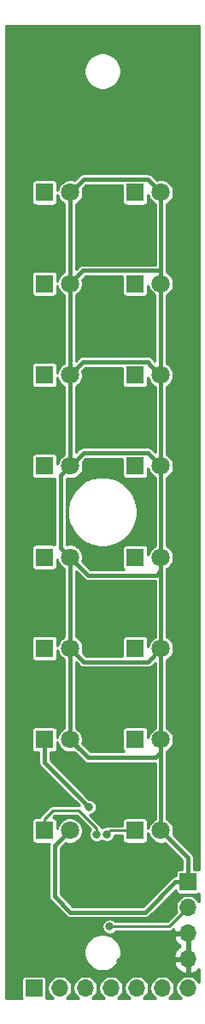
<source format=gtl>
G04 #@! TF.GenerationSoftware,KiCad,Pcbnew,(5.1.6-0-10_14)*
G04 #@! TF.CreationDate,2020-06-29T16:32:02+02:00*
G04 #@! TF.ProjectId,excitation-pcb,65786369-7461-4746-996f-6e2d7063622e,rev?*
G04 #@! TF.SameCoordinates,Original*
G04 #@! TF.FileFunction,Copper,L1,Top*
G04 #@! TF.FilePolarity,Positive*
%FSLAX46Y46*%
G04 Gerber Fmt 4.6, Leading zero omitted, Abs format (unit mm)*
G04 Created by KiCad (PCBNEW (5.1.6-0-10_14)) date 2020-06-29 16:32:02*
%MOMM*%
%LPD*%
G01*
G04 APERTURE LIST*
G04 #@! TA.AperFunction,ComponentPad*
%ADD10R,1.700000X1.700000*%
G04 #@! TD*
G04 #@! TA.AperFunction,ComponentPad*
%ADD11O,1.700000X1.700000*%
G04 #@! TD*
G04 #@! TA.AperFunction,ComponentPad*
%ADD12R,1.800000X1.800000*%
G04 #@! TD*
G04 #@! TA.AperFunction,ComponentPad*
%ADD13C,1.800000*%
G04 #@! TD*
G04 #@! TA.AperFunction,ViaPad*
%ADD14C,0.800000*%
G04 #@! TD*
G04 #@! TA.AperFunction,Conductor*
%ADD15C,0.250000*%
G04 #@! TD*
G04 #@! TA.AperFunction,Conductor*
%ADD16C,0.400000*%
G04 #@! TD*
G04 #@! TA.AperFunction,Conductor*
%ADD17C,0.254000*%
G04 #@! TD*
G04 APERTURE END LIST*
D10*
X84505800Y-144932400D03*
D11*
X87045800Y-144932400D03*
X89585800Y-144932400D03*
X92125800Y-144932400D03*
X94665800Y-144932400D03*
X97205800Y-144932400D03*
X99745800Y-144932400D03*
X99771200Y-142062200D03*
X99771200Y-139522200D03*
X99771200Y-136982200D03*
D10*
X99771200Y-134442200D03*
D12*
X85547200Y-66395600D03*
D13*
X88087200Y-66395600D03*
X88061800Y-75387200D03*
D12*
X85521800Y-75387200D03*
X85521800Y-84404200D03*
D13*
X88061800Y-84404200D03*
X88087200Y-93395800D03*
D12*
X85547200Y-93395800D03*
X85521800Y-102387400D03*
D13*
X88061800Y-102387400D03*
X88087200Y-111379000D03*
D12*
X85547200Y-111379000D03*
X85521800Y-120396000D03*
D13*
X88061800Y-120396000D03*
X88061800Y-129387600D03*
D12*
X85521800Y-129387600D03*
X94538800Y-129387600D03*
D13*
X97078800Y-129387600D03*
X97078800Y-120396000D03*
D12*
X94538800Y-120396000D03*
X94538800Y-111404400D03*
D13*
X97078800Y-111404400D03*
X97078800Y-102412800D03*
D12*
X94538800Y-102412800D03*
X94538800Y-93395800D03*
D13*
X97078800Y-93395800D03*
X97053400Y-84404200D03*
D12*
X94513400Y-84404200D03*
X94538800Y-75387200D03*
D13*
X97078800Y-75387200D03*
X97078800Y-66395600D03*
D12*
X94538800Y-66395600D03*
D14*
X91998800Y-138861800D03*
X92176600Y-134620000D03*
X90195400Y-132613400D03*
X92151200Y-132613400D03*
X90246200Y-134569200D03*
X98145600Y-140716000D03*
X94869000Y-140335000D03*
X93078300Y-142316200D03*
X90576400Y-138963400D03*
X88087200Y-142189200D03*
X87960200Y-139420600D03*
X85775800Y-142290800D03*
X85674200Y-139700000D03*
X85725000Y-137160000D03*
X82448400Y-143205200D03*
X82804000Y-139725400D03*
X82727800Y-135839200D03*
X84607400Y-135102600D03*
X96113600Y-134670800D03*
X100406200Y-131216400D03*
X97790000Y-133781800D03*
X96901000Y-137668000D03*
X86741000Y-118694200D03*
X86817200Y-109601000D03*
X85496400Y-99949000D03*
X85293200Y-90881200D03*
X85166200Y-81788000D03*
X85242400Y-72288400D03*
X85344000Y-64033400D03*
X97104200Y-63855600D03*
X94437200Y-72898000D03*
X94386400Y-81686400D03*
X94411800Y-90347800D03*
X94691200Y-100406200D03*
X94361000Y-108864400D03*
X94208600Y-118160800D03*
X91160600Y-125247400D03*
X91236800Y-107340400D03*
X91160600Y-87147400D03*
X90957400Y-77825600D03*
X90830400Y-69672200D03*
X91236800Y-60020200D03*
X91363800Y-115697000D03*
X91287600Y-119888000D03*
X99796600Y-80086200D03*
X99415600Y-89204800D03*
X98933000Y-96520000D03*
X83820000Y-95046800D03*
X83312000Y-83743800D03*
X82600800Y-75463400D03*
X100076000Y-71602600D03*
X82169000Y-66522600D03*
X89001600Y-115951000D03*
X85369400Y-106680000D03*
X95935800Y-97256600D03*
X84759800Y-97129600D03*
X84251800Y-87274400D03*
X83718400Y-78155800D03*
X83642200Y-68910200D03*
X98374200Y-69011800D03*
X98272600Y-78282800D03*
X97993200Y-87147400D03*
X98094800Y-107340400D03*
X98145600Y-125476000D03*
X91262200Y-128016000D03*
X85242400Y-124993400D03*
X85191600Y-117271800D03*
X89941400Y-127050800D03*
X90703400Y-129743200D03*
X91703355Y-129732544D03*
D15*
X97891600Y-138861800D02*
X99771200Y-136982200D01*
X91998800Y-138861800D02*
X97891600Y-138861800D01*
D16*
X99771200Y-132080000D02*
X97078800Y-129387600D01*
X99771200Y-134442200D02*
X99771200Y-132080000D01*
X97078800Y-129387600D02*
X97078800Y-120396000D01*
X97078800Y-119123208D02*
X97078800Y-111404400D01*
X97078800Y-120396000D02*
X97078800Y-119123208D01*
X97078800Y-110131608D02*
X97078800Y-102412800D01*
X97078800Y-111404400D02*
X97078800Y-110131608D01*
X97078800Y-102412800D02*
X97078800Y-93395800D01*
X97078800Y-84429600D02*
X97053400Y-84404200D01*
X97078800Y-93395800D02*
X97078800Y-84429600D01*
X97053400Y-75412600D02*
X97078800Y-75387200D01*
X97053400Y-84404200D02*
X97053400Y-75412600D01*
X97078800Y-74114408D02*
X97078800Y-66395600D01*
X88087200Y-75361800D02*
X88061800Y-75387200D01*
X88087200Y-66395600D02*
X88087200Y-75361800D01*
X88061800Y-75387200D02*
X88061800Y-84404200D01*
X88061800Y-93370400D02*
X88087200Y-93395800D01*
X88061800Y-84404200D02*
X88061800Y-93370400D01*
X87161801Y-101487401D02*
X88061800Y-102387400D01*
X87161801Y-94321199D02*
X87161801Y-101487401D01*
X88087200Y-93395800D02*
X87161801Y-94321199D01*
X88061800Y-111353600D02*
X88087200Y-111379000D01*
X88061800Y-102387400D02*
X88061800Y-111353600D01*
X88087200Y-120370600D02*
X88061800Y-120396000D01*
X88087200Y-111379000D02*
X88087200Y-120370600D01*
X88061800Y-120396000D02*
X88961799Y-121295999D01*
X96178801Y-65495601D02*
X97078800Y-66395600D01*
X95778799Y-65095599D02*
X96178801Y-65495601D01*
X89387201Y-65095599D02*
X95778799Y-65095599D01*
X88087200Y-66395600D02*
X89387201Y-65095599D01*
X88961799Y-74487201D02*
X88061800Y-75387200D01*
X97051591Y-74087199D02*
X89361801Y-74087199D01*
X97078800Y-74114408D02*
X97051591Y-74087199D01*
X89361801Y-74087199D02*
X88961799Y-74487201D01*
X97078800Y-75387200D02*
X97078800Y-74114408D01*
X96153401Y-83504201D02*
X97053400Y-84404200D01*
X89361801Y-83104199D02*
X95753399Y-83104199D01*
X95753399Y-83104199D02*
X96153401Y-83504201D01*
X88061800Y-84404200D02*
X89361801Y-83104199D01*
X89387201Y-92095799D02*
X88987199Y-92495801D01*
X95778799Y-92095799D02*
X89387201Y-92095799D01*
X88987199Y-92495801D02*
X88087200Y-93395800D01*
X97078800Y-93395800D02*
X95778799Y-92095799D01*
X97078800Y-103685592D02*
X96598992Y-104165400D01*
X97078800Y-102412800D02*
X97078800Y-103685592D01*
X89839800Y-104165400D02*
X88061800Y-102387400D01*
X96598992Y-104165400D02*
X89839800Y-104165400D01*
X88087200Y-111379000D02*
X89433400Y-112725200D01*
X95758000Y-112725200D02*
X97078800Y-111404400D01*
X89433400Y-112725200D02*
X95758000Y-112725200D01*
X97078800Y-121668792D02*
X96573592Y-122174000D01*
X97078800Y-120396000D02*
X97078800Y-121668792D01*
X89839800Y-122174000D02*
X88061800Y-120396000D01*
X96573592Y-122174000D02*
X89839800Y-122174000D01*
X98521200Y-134442200D02*
X99771200Y-134442200D01*
X88061800Y-129387600D02*
X86537800Y-130911600D01*
X86537800Y-130911600D02*
X86537800Y-135890000D01*
X88087200Y-137439400D02*
X95524000Y-137439400D01*
X86537800Y-135890000D02*
X88087200Y-137439400D01*
X95524000Y-137439400D02*
X98521200Y-134442200D01*
X85521800Y-120396000D02*
X85521800Y-122631200D01*
X85521800Y-122631200D02*
X89541401Y-126650801D01*
X89541401Y-126650801D02*
X89941400Y-127050800D01*
D15*
X90703400Y-129177515D02*
X88932285Y-127406400D01*
X90703400Y-129743200D02*
X90703400Y-129177515D01*
X86353000Y-127406400D02*
X88932285Y-127406400D01*
X85521800Y-128237600D02*
X86353000Y-127406400D01*
X85521800Y-129387600D02*
X85521800Y-128237600D01*
X94538800Y-129387600D02*
X92048299Y-129387600D01*
X92048299Y-129387600D02*
X91703355Y-129732544D01*
D17*
G36*
X100832414Y-133277835D02*
G01*
X100831663Y-133277219D01*
X100766170Y-133242212D01*
X100695105Y-133220655D01*
X100621200Y-133213376D01*
X100348200Y-133213376D01*
X100348200Y-132108339D01*
X100350991Y-132080000D01*
X100339851Y-131966888D01*
X100306857Y-131858123D01*
X100293016Y-131832228D01*
X100253279Y-131757885D01*
X100181174Y-131670026D01*
X100159162Y-131651961D01*
X98295175Y-129787974D01*
X98306726Y-129760087D01*
X98355800Y-129513374D01*
X98355800Y-129261826D01*
X98306726Y-129015113D01*
X98210463Y-128782714D01*
X98070711Y-128573560D01*
X97892840Y-128395689D01*
X97683686Y-128255937D01*
X97655800Y-128244386D01*
X97655800Y-121697124D01*
X97658590Y-121668793D01*
X97655800Y-121640462D01*
X97655800Y-121539214D01*
X97683686Y-121527663D01*
X97892840Y-121387911D01*
X98070711Y-121210040D01*
X98210463Y-121000886D01*
X98306726Y-120768487D01*
X98355800Y-120521774D01*
X98355800Y-120270226D01*
X98306726Y-120023513D01*
X98210463Y-119791114D01*
X98070711Y-119581960D01*
X97892840Y-119404089D01*
X97683686Y-119264337D01*
X97655800Y-119252786D01*
X97655800Y-112547614D01*
X97683686Y-112536063D01*
X97892840Y-112396311D01*
X98070711Y-112218440D01*
X98210463Y-112009286D01*
X98306726Y-111776887D01*
X98355800Y-111530174D01*
X98355800Y-111278626D01*
X98306726Y-111031913D01*
X98210463Y-110799514D01*
X98070711Y-110590360D01*
X97892840Y-110412489D01*
X97683686Y-110272737D01*
X97655800Y-110261186D01*
X97655800Y-103713923D01*
X97658590Y-103685592D01*
X97655800Y-103657261D01*
X97655800Y-103556014D01*
X97683686Y-103544463D01*
X97892840Y-103404711D01*
X98070711Y-103226840D01*
X98210463Y-103017686D01*
X98306726Y-102785287D01*
X98355800Y-102538574D01*
X98355800Y-102287026D01*
X98306726Y-102040313D01*
X98210463Y-101807914D01*
X98070711Y-101598760D01*
X97892840Y-101420889D01*
X97683686Y-101281137D01*
X97655800Y-101269586D01*
X97655800Y-94539014D01*
X97683686Y-94527463D01*
X97892840Y-94387711D01*
X98070711Y-94209840D01*
X98210463Y-94000686D01*
X98306726Y-93768287D01*
X98355800Y-93521574D01*
X98355800Y-93270026D01*
X98306726Y-93023313D01*
X98210463Y-92790914D01*
X98070711Y-92581760D01*
X97892840Y-92403889D01*
X97683686Y-92264137D01*
X97655800Y-92252586D01*
X97655800Y-85536893D01*
X97658286Y-85535863D01*
X97867440Y-85396111D01*
X98045311Y-85218240D01*
X98185063Y-85009086D01*
X98281326Y-84776687D01*
X98330400Y-84529974D01*
X98330400Y-84278426D01*
X98281326Y-84031713D01*
X98185063Y-83799314D01*
X98045311Y-83590160D01*
X97867440Y-83412289D01*
X97658286Y-83272537D01*
X97630400Y-83260986D01*
X97630400Y-76540935D01*
X97683686Y-76518863D01*
X97892840Y-76379111D01*
X98070711Y-76201240D01*
X98210463Y-75992086D01*
X98306726Y-75759687D01*
X98355800Y-75512974D01*
X98355800Y-75261426D01*
X98306726Y-75014713D01*
X98210463Y-74782314D01*
X98070711Y-74573160D01*
X97892840Y-74395289D01*
X97683686Y-74255537D01*
X97655800Y-74243986D01*
X97655800Y-74142736D01*
X97658590Y-74114407D01*
X97655800Y-74086079D01*
X97655800Y-67538814D01*
X97683686Y-67527263D01*
X97892840Y-67387511D01*
X98070711Y-67209640D01*
X98210463Y-67000486D01*
X98306726Y-66768087D01*
X98355800Y-66521374D01*
X98355800Y-66269826D01*
X98306726Y-66023113D01*
X98210463Y-65790714D01*
X98070711Y-65581560D01*
X97892840Y-65403689D01*
X97683686Y-65263937D01*
X97451287Y-65167674D01*
X97204574Y-65118600D01*
X96953026Y-65118600D01*
X96706313Y-65167674D01*
X96678426Y-65179225D01*
X96606843Y-65107642D01*
X96606838Y-65107636D01*
X96206838Y-64707637D01*
X96188773Y-64685625D01*
X96100914Y-64613520D01*
X96000675Y-64559942D01*
X95936569Y-64540496D01*
X95891910Y-64526948D01*
X95836844Y-64521525D01*
X95807135Y-64518599D01*
X95807130Y-64518599D01*
X95778799Y-64515809D01*
X95750468Y-64518599D01*
X89415529Y-64518599D01*
X89387200Y-64515809D01*
X89358871Y-64518599D01*
X89358865Y-64518599D01*
X89274089Y-64526949D01*
X89165325Y-64559942D01*
X89065086Y-64613520D01*
X89019181Y-64651194D01*
X88999236Y-64667562D01*
X88999234Y-64667564D01*
X88977227Y-64685625D01*
X88959166Y-64707632D01*
X88487573Y-65179225D01*
X88459687Y-65167674D01*
X88212974Y-65118600D01*
X87961426Y-65118600D01*
X87714713Y-65167674D01*
X87482314Y-65263937D01*
X87273160Y-65403689D01*
X87095289Y-65581560D01*
X86955537Y-65790714D01*
X86859274Y-66023113D01*
X86826024Y-66190273D01*
X86826024Y-65495600D01*
X86818745Y-65421695D01*
X86797188Y-65350630D01*
X86762181Y-65285137D01*
X86715069Y-65227731D01*
X86657663Y-65180619D01*
X86592170Y-65145612D01*
X86521105Y-65124055D01*
X86447200Y-65116776D01*
X84647200Y-65116776D01*
X84573295Y-65124055D01*
X84502230Y-65145612D01*
X84436737Y-65180619D01*
X84379331Y-65227731D01*
X84332219Y-65285137D01*
X84297212Y-65350630D01*
X84275655Y-65421695D01*
X84268376Y-65495600D01*
X84268376Y-67295600D01*
X84275655Y-67369505D01*
X84297212Y-67440570D01*
X84332219Y-67506063D01*
X84379331Y-67563469D01*
X84436737Y-67610581D01*
X84502230Y-67645588D01*
X84573295Y-67667145D01*
X84647200Y-67674424D01*
X86447200Y-67674424D01*
X86521105Y-67667145D01*
X86592170Y-67645588D01*
X86657663Y-67610581D01*
X86715069Y-67563469D01*
X86762181Y-67506063D01*
X86797188Y-67440570D01*
X86818745Y-67369505D01*
X86826024Y-67295600D01*
X86826024Y-66600927D01*
X86859274Y-66768087D01*
X86955537Y-67000486D01*
X87095289Y-67209640D01*
X87273160Y-67387511D01*
X87482314Y-67527263D01*
X87510200Y-67538814D01*
X87510201Y-74233465D01*
X87456914Y-74255537D01*
X87247760Y-74395289D01*
X87069889Y-74573160D01*
X86930137Y-74782314D01*
X86833874Y-75014713D01*
X86800624Y-75181873D01*
X86800624Y-74487200D01*
X86793345Y-74413295D01*
X86771788Y-74342230D01*
X86736781Y-74276737D01*
X86689669Y-74219331D01*
X86632263Y-74172219D01*
X86566770Y-74137212D01*
X86495705Y-74115655D01*
X86421800Y-74108376D01*
X84621800Y-74108376D01*
X84547895Y-74115655D01*
X84476830Y-74137212D01*
X84411337Y-74172219D01*
X84353931Y-74219331D01*
X84306819Y-74276737D01*
X84271812Y-74342230D01*
X84250255Y-74413295D01*
X84242976Y-74487200D01*
X84242976Y-76287200D01*
X84250255Y-76361105D01*
X84271812Y-76432170D01*
X84306819Y-76497663D01*
X84353931Y-76555069D01*
X84411337Y-76602181D01*
X84476830Y-76637188D01*
X84547895Y-76658745D01*
X84621800Y-76666024D01*
X86421800Y-76666024D01*
X86495705Y-76658745D01*
X86566770Y-76637188D01*
X86632263Y-76602181D01*
X86689669Y-76555069D01*
X86736781Y-76497663D01*
X86771788Y-76432170D01*
X86793345Y-76361105D01*
X86800624Y-76287200D01*
X86800624Y-75592527D01*
X86833874Y-75759687D01*
X86930137Y-75992086D01*
X87069889Y-76201240D01*
X87247760Y-76379111D01*
X87456914Y-76518863D01*
X87484800Y-76530414D01*
X87484801Y-83260986D01*
X87456914Y-83272537D01*
X87247760Y-83412289D01*
X87069889Y-83590160D01*
X86930137Y-83799314D01*
X86833874Y-84031713D01*
X86800624Y-84198873D01*
X86800624Y-83504200D01*
X86793345Y-83430295D01*
X86771788Y-83359230D01*
X86736781Y-83293737D01*
X86689669Y-83236331D01*
X86632263Y-83189219D01*
X86566770Y-83154212D01*
X86495705Y-83132655D01*
X86421800Y-83125376D01*
X84621800Y-83125376D01*
X84547895Y-83132655D01*
X84476830Y-83154212D01*
X84411337Y-83189219D01*
X84353931Y-83236331D01*
X84306819Y-83293737D01*
X84271812Y-83359230D01*
X84250255Y-83430295D01*
X84242976Y-83504200D01*
X84242976Y-85304200D01*
X84250255Y-85378105D01*
X84271812Y-85449170D01*
X84306819Y-85514663D01*
X84353931Y-85572069D01*
X84411337Y-85619181D01*
X84476830Y-85654188D01*
X84547895Y-85675745D01*
X84621800Y-85683024D01*
X86421800Y-85683024D01*
X86495705Y-85675745D01*
X86566770Y-85654188D01*
X86632263Y-85619181D01*
X86689669Y-85572069D01*
X86736781Y-85514663D01*
X86771788Y-85449170D01*
X86793345Y-85378105D01*
X86800624Y-85304200D01*
X86800624Y-84609527D01*
X86833874Y-84776687D01*
X86930137Y-85009086D01*
X87069889Y-85218240D01*
X87247760Y-85396111D01*
X87456914Y-85535863D01*
X87484800Y-85547414D01*
X87484801Y-92263107D01*
X87482314Y-92264137D01*
X87273160Y-92403889D01*
X87095289Y-92581760D01*
X86955537Y-92790914D01*
X86859274Y-93023313D01*
X86826024Y-93190473D01*
X86826024Y-92495800D01*
X86818745Y-92421895D01*
X86797188Y-92350830D01*
X86762181Y-92285337D01*
X86715069Y-92227931D01*
X86657663Y-92180819D01*
X86592170Y-92145812D01*
X86521105Y-92124255D01*
X86447200Y-92116976D01*
X84647200Y-92116976D01*
X84573295Y-92124255D01*
X84502230Y-92145812D01*
X84436737Y-92180819D01*
X84379331Y-92227931D01*
X84332219Y-92285337D01*
X84297212Y-92350830D01*
X84275655Y-92421895D01*
X84268376Y-92495800D01*
X84268376Y-94295800D01*
X84275655Y-94369705D01*
X84297212Y-94440770D01*
X84332219Y-94506263D01*
X84379331Y-94563669D01*
X84436737Y-94610781D01*
X84502230Y-94645788D01*
X84573295Y-94667345D01*
X84647200Y-94674624D01*
X86447200Y-94674624D01*
X86521105Y-94667345D01*
X86584801Y-94648023D01*
X86584802Y-101147050D01*
X86566770Y-101137412D01*
X86495705Y-101115855D01*
X86421800Y-101108576D01*
X84621800Y-101108576D01*
X84547895Y-101115855D01*
X84476830Y-101137412D01*
X84411337Y-101172419D01*
X84353931Y-101219531D01*
X84306819Y-101276937D01*
X84271812Y-101342430D01*
X84250255Y-101413495D01*
X84242976Y-101487400D01*
X84242976Y-103287400D01*
X84250255Y-103361305D01*
X84271812Y-103432370D01*
X84306819Y-103497863D01*
X84353931Y-103555269D01*
X84411337Y-103602381D01*
X84476830Y-103637388D01*
X84547895Y-103658945D01*
X84621800Y-103666224D01*
X86421800Y-103666224D01*
X86495705Y-103658945D01*
X86566770Y-103637388D01*
X86632263Y-103602381D01*
X86689669Y-103555269D01*
X86736781Y-103497863D01*
X86771788Y-103432370D01*
X86793345Y-103361305D01*
X86800624Y-103287400D01*
X86800624Y-102592727D01*
X86833874Y-102759887D01*
X86930137Y-102992286D01*
X87069889Y-103201440D01*
X87247760Y-103379311D01*
X87456914Y-103519063D01*
X87484800Y-103530614D01*
X87484801Y-110246307D01*
X87482314Y-110247337D01*
X87273160Y-110387089D01*
X87095289Y-110564960D01*
X86955537Y-110774114D01*
X86859274Y-111006513D01*
X86826024Y-111173673D01*
X86826024Y-110479000D01*
X86818745Y-110405095D01*
X86797188Y-110334030D01*
X86762181Y-110268537D01*
X86715069Y-110211131D01*
X86657663Y-110164019D01*
X86592170Y-110129012D01*
X86521105Y-110107455D01*
X86447200Y-110100176D01*
X84647200Y-110100176D01*
X84573295Y-110107455D01*
X84502230Y-110129012D01*
X84436737Y-110164019D01*
X84379331Y-110211131D01*
X84332219Y-110268537D01*
X84297212Y-110334030D01*
X84275655Y-110405095D01*
X84268376Y-110479000D01*
X84268376Y-112279000D01*
X84275655Y-112352905D01*
X84297212Y-112423970D01*
X84332219Y-112489463D01*
X84379331Y-112546869D01*
X84436737Y-112593981D01*
X84502230Y-112628988D01*
X84573295Y-112650545D01*
X84647200Y-112657824D01*
X86447200Y-112657824D01*
X86521105Y-112650545D01*
X86592170Y-112628988D01*
X86657663Y-112593981D01*
X86715069Y-112546869D01*
X86762181Y-112489463D01*
X86797188Y-112423970D01*
X86818745Y-112352905D01*
X86826024Y-112279000D01*
X86826024Y-111584327D01*
X86859274Y-111751487D01*
X86955537Y-111983886D01*
X87095289Y-112193040D01*
X87273160Y-112370911D01*
X87482314Y-112510663D01*
X87510200Y-112522214D01*
X87510201Y-119242265D01*
X87456914Y-119264337D01*
X87247760Y-119404089D01*
X87069889Y-119581960D01*
X86930137Y-119791114D01*
X86833874Y-120023513D01*
X86800624Y-120190673D01*
X86800624Y-119496000D01*
X86793345Y-119422095D01*
X86771788Y-119351030D01*
X86736781Y-119285537D01*
X86689669Y-119228131D01*
X86632263Y-119181019D01*
X86566770Y-119146012D01*
X86495705Y-119124455D01*
X86421800Y-119117176D01*
X84621800Y-119117176D01*
X84547895Y-119124455D01*
X84476830Y-119146012D01*
X84411337Y-119181019D01*
X84353931Y-119228131D01*
X84306819Y-119285537D01*
X84271812Y-119351030D01*
X84250255Y-119422095D01*
X84242976Y-119496000D01*
X84242976Y-121296000D01*
X84250255Y-121369905D01*
X84271812Y-121440970D01*
X84306819Y-121506463D01*
X84353931Y-121563869D01*
X84411337Y-121610981D01*
X84476830Y-121645988D01*
X84547895Y-121667545D01*
X84621800Y-121674824D01*
X84944801Y-121674824D01*
X84944801Y-122602859D01*
X84942010Y-122631200D01*
X84953149Y-122744311D01*
X84986144Y-122853076D01*
X85039722Y-122953315D01*
X85070640Y-122990988D01*
X85093763Y-123019164D01*
X85093766Y-123019167D01*
X85111827Y-123041174D01*
X85133834Y-123059235D01*
X88981408Y-126906810D01*
X88956938Y-126904400D01*
X88956928Y-126904400D01*
X88932285Y-126901973D01*
X88907642Y-126904400D01*
X86377642Y-126904400D01*
X86352999Y-126901973D01*
X86328356Y-126904400D01*
X86328347Y-126904400D01*
X86254591Y-126911664D01*
X86159964Y-126940369D01*
X86072755Y-126986983D01*
X85996316Y-127049716D01*
X85980603Y-127068862D01*
X85184263Y-127865203D01*
X85165117Y-127880916D01*
X85149404Y-127900062D01*
X85149401Y-127900065D01*
X85102384Y-127957355D01*
X85055770Y-128044564D01*
X85036291Y-128108776D01*
X84621800Y-128108776D01*
X84547895Y-128116055D01*
X84476830Y-128137612D01*
X84411337Y-128172619D01*
X84353931Y-128219731D01*
X84306819Y-128277137D01*
X84271812Y-128342630D01*
X84250255Y-128413695D01*
X84242976Y-128487600D01*
X84242976Y-130287600D01*
X84250255Y-130361505D01*
X84271812Y-130432570D01*
X84306819Y-130498063D01*
X84353931Y-130555469D01*
X84411337Y-130602581D01*
X84476830Y-130637588D01*
X84547895Y-130659145D01*
X84621800Y-130666424D01*
X86014597Y-130666424D01*
X86002143Y-130689725D01*
X85988596Y-130734383D01*
X85969149Y-130798489D01*
X85958010Y-130911600D01*
X85960800Y-130939931D01*
X85960801Y-135861659D01*
X85958010Y-135890000D01*
X85969149Y-136003111D01*
X86002144Y-136111876D01*
X86055722Y-136212115D01*
X86086640Y-136249788D01*
X86109763Y-136277964D01*
X86109766Y-136277967D01*
X86127827Y-136299974D01*
X86149834Y-136318035D01*
X87659161Y-137827362D01*
X87677226Y-137849374D01*
X87765085Y-137921479D01*
X87865324Y-137975057D01*
X87974088Y-138008050D01*
X88058864Y-138016400D01*
X88058870Y-138016400D01*
X88087199Y-138019190D01*
X88115528Y-138016400D01*
X95495669Y-138016400D01*
X95524000Y-138019190D01*
X95552331Y-138016400D01*
X95552336Y-138016400D01*
X95582045Y-138013474D01*
X95637111Y-138008051D01*
X95681770Y-137994503D01*
X95745876Y-137975057D01*
X95846115Y-137921479D01*
X95933974Y-137849374D01*
X95952039Y-137827362D01*
X98542376Y-135237025D01*
X98542376Y-135292200D01*
X98549655Y-135366105D01*
X98571212Y-135437170D01*
X98606219Y-135502663D01*
X98653331Y-135560069D01*
X98710737Y-135607181D01*
X98776230Y-135642188D01*
X98847295Y-135663745D01*
X98921200Y-135671024D01*
X100621200Y-135671024D01*
X100695105Y-135663745D01*
X100766170Y-135642188D01*
X100831663Y-135607181D01*
X100832414Y-135606565D01*
X100832414Y-136361878D01*
X100724273Y-136200033D01*
X100553367Y-136029127D01*
X100352402Y-135894847D01*
X100129103Y-135802353D01*
X99892049Y-135755200D01*
X99650351Y-135755200D01*
X99413297Y-135802353D01*
X99189998Y-135894847D01*
X98989033Y-136029127D01*
X98818127Y-136200033D01*
X98683847Y-136400998D01*
X98591353Y-136624297D01*
X98544200Y-136861351D01*
X98544200Y-137103049D01*
X98591353Y-137340103D01*
X98624160Y-137419305D01*
X97683666Y-138359800D01*
X92595645Y-138359800D01*
X92494109Y-138258264D01*
X92366848Y-138173231D01*
X92225443Y-138114659D01*
X92075328Y-138084800D01*
X91922272Y-138084800D01*
X91772157Y-138114659D01*
X91630752Y-138173231D01*
X91503491Y-138258264D01*
X91395264Y-138366491D01*
X91310231Y-138493752D01*
X91251659Y-138635157D01*
X91221800Y-138785272D01*
X91221800Y-138938328D01*
X91251659Y-139088443D01*
X91310231Y-139229848D01*
X91395264Y-139357109D01*
X91503491Y-139465336D01*
X91630752Y-139550369D01*
X91772157Y-139608941D01*
X91922272Y-139638800D01*
X92075328Y-139638800D01*
X92225443Y-139608941D01*
X92366848Y-139550369D01*
X92494109Y-139465336D01*
X92595645Y-139363800D01*
X97866957Y-139363800D01*
X97891600Y-139366227D01*
X97916243Y-139363800D01*
X97916253Y-139363800D01*
X97990009Y-139356536D01*
X98084636Y-139327831D01*
X98171845Y-139281217D01*
X98248284Y-139218484D01*
X98264001Y-139199333D01*
X98343525Y-139119809D01*
X98329724Y-139165310D01*
X98451045Y-139395200D01*
X99644200Y-139395200D01*
X99644200Y-139375200D01*
X99898200Y-139375200D01*
X99898200Y-139395200D01*
X99918200Y-139395200D01*
X99918200Y-139649200D01*
X99898200Y-139649200D01*
X99898200Y-141935200D01*
X99918200Y-141935200D01*
X99918200Y-142189200D01*
X99898200Y-142189200D01*
X99898200Y-143383014D01*
X100128091Y-143503681D01*
X100402452Y-143406357D01*
X100652555Y-143257378D01*
X100832414Y-143095256D01*
X100832414Y-144350092D01*
X100698873Y-144150233D01*
X100527967Y-143979327D01*
X100327002Y-143845047D01*
X100103703Y-143752553D01*
X99866649Y-143705400D01*
X99624951Y-143705400D01*
X99387897Y-143752553D01*
X99164598Y-143845047D01*
X98963633Y-143979327D01*
X98792727Y-144150233D01*
X98658447Y-144351198D01*
X98565953Y-144574497D01*
X98518800Y-144811551D01*
X98518800Y-145053249D01*
X98565953Y-145290303D01*
X98658447Y-145513602D01*
X98792727Y-145714567D01*
X98963633Y-145885473D01*
X99055229Y-145946675D01*
X97896371Y-145946675D01*
X97987967Y-145885473D01*
X98158873Y-145714567D01*
X98293153Y-145513602D01*
X98385647Y-145290303D01*
X98432800Y-145053249D01*
X98432800Y-144811551D01*
X98385647Y-144574497D01*
X98293153Y-144351198D01*
X98158873Y-144150233D01*
X97987967Y-143979327D01*
X97787002Y-143845047D01*
X97563703Y-143752553D01*
X97326649Y-143705400D01*
X97084951Y-143705400D01*
X96847897Y-143752553D01*
X96624598Y-143845047D01*
X96423633Y-143979327D01*
X96252727Y-144150233D01*
X96118447Y-144351198D01*
X96025953Y-144574497D01*
X95978800Y-144811551D01*
X95978800Y-145053249D01*
X96025953Y-145290303D01*
X96118447Y-145513602D01*
X96252727Y-145714567D01*
X96423633Y-145885473D01*
X96515229Y-145946675D01*
X95356371Y-145946675D01*
X95447967Y-145885473D01*
X95618873Y-145714567D01*
X95753153Y-145513602D01*
X95845647Y-145290303D01*
X95892800Y-145053249D01*
X95892800Y-144811551D01*
X95845647Y-144574497D01*
X95753153Y-144351198D01*
X95618873Y-144150233D01*
X95447967Y-143979327D01*
X95247002Y-143845047D01*
X95023703Y-143752553D01*
X94786649Y-143705400D01*
X94544951Y-143705400D01*
X94307897Y-143752553D01*
X94084598Y-143845047D01*
X93883633Y-143979327D01*
X93712727Y-144150233D01*
X93578447Y-144351198D01*
X93485953Y-144574497D01*
X93438800Y-144811551D01*
X93438800Y-145053249D01*
X93485953Y-145290303D01*
X93578447Y-145513602D01*
X93712727Y-145714567D01*
X93883633Y-145885473D01*
X93975229Y-145946675D01*
X92816371Y-145946675D01*
X92907967Y-145885473D01*
X93078873Y-145714567D01*
X93213153Y-145513602D01*
X93305647Y-145290303D01*
X93352800Y-145053249D01*
X93352800Y-144811551D01*
X93305647Y-144574497D01*
X93213153Y-144351198D01*
X93078873Y-144150233D01*
X92907967Y-143979327D01*
X92707002Y-143845047D01*
X92483703Y-143752553D01*
X92246649Y-143705400D01*
X92004951Y-143705400D01*
X91767897Y-143752553D01*
X91544598Y-143845047D01*
X91343633Y-143979327D01*
X91172727Y-144150233D01*
X91038447Y-144351198D01*
X90945953Y-144574497D01*
X90898800Y-144811551D01*
X90898800Y-145053249D01*
X90945953Y-145290303D01*
X91038447Y-145513602D01*
X91172727Y-145714567D01*
X91343633Y-145885473D01*
X91435229Y-145946675D01*
X90276371Y-145946675D01*
X90367967Y-145885473D01*
X90538873Y-145714567D01*
X90673153Y-145513602D01*
X90765647Y-145290303D01*
X90812800Y-145053249D01*
X90812800Y-144811551D01*
X90765647Y-144574497D01*
X90673153Y-144351198D01*
X90538873Y-144150233D01*
X90367967Y-143979327D01*
X90167002Y-143845047D01*
X89943703Y-143752553D01*
X89706649Y-143705400D01*
X89464951Y-143705400D01*
X89227897Y-143752553D01*
X89004598Y-143845047D01*
X88803633Y-143979327D01*
X88632727Y-144150233D01*
X88498447Y-144351198D01*
X88405953Y-144574497D01*
X88358800Y-144811551D01*
X88358800Y-145053249D01*
X88405953Y-145290303D01*
X88498447Y-145513602D01*
X88632727Y-145714567D01*
X88803633Y-145885473D01*
X88895229Y-145946675D01*
X87736371Y-145946675D01*
X87827967Y-145885473D01*
X87998873Y-145714567D01*
X88133153Y-145513602D01*
X88225647Y-145290303D01*
X88272800Y-145053249D01*
X88272800Y-144811551D01*
X88225647Y-144574497D01*
X88133153Y-144351198D01*
X87998873Y-144150233D01*
X87827967Y-143979327D01*
X87627002Y-143845047D01*
X87403703Y-143752553D01*
X87166649Y-143705400D01*
X86924951Y-143705400D01*
X86687897Y-143752553D01*
X86464598Y-143845047D01*
X86263633Y-143979327D01*
X86092727Y-144150233D01*
X85958447Y-144351198D01*
X85865953Y-144574497D01*
X85818800Y-144811551D01*
X85818800Y-145053249D01*
X85865953Y-145290303D01*
X85958447Y-145513602D01*
X86092727Y-145714567D01*
X86263633Y-145885473D01*
X86355229Y-145946675D01*
X85695469Y-145946675D01*
X85705788Y-145927370D01*
X85727345Y-145856305D01*
X85734624Y-145782400D01*
X85734624Y-144082400D01*
X85727345Y-144008495D01*
X85705788Y-143937430D01*
X85670781Y-143871937D01*
X85623669Y-143814531D01*
X85566263Y-143767419D01*
X85500770Y-143732412D01*
X85429705Y-143710855D01*
X85355800Y-143703576D01*
X83655800Y-143703576D01*
X83581895Y-143710855D01*
X83510830Y-143732412D01*
X83445337Y-143767419D01*
X83387931Y-143814531D01*
X83340819Y-143871937D01*
X83305812Y-143937430D01*
X83284255Y-144008495D01*
X83276976Y-144082400D01*
X83276976Y-145782400D01*
X83284255Y-145856305D01*
X83305812Y-145927370D01*
X83316131Y-145946675D01*
X81741589Y-145946675D01*
X81741589Y-141242637D01*
X89448896Y-141242637D01*
X89448896Y-141604713D01*
X89519533Y-141959831D01*
X89658093Y-142294345D01*
X89859252Y-142595399D01*
X90115278Y-142851425D01*
X90416332Y-143052584D01*
X90750846Y-143191144D01*
X91105964Y-143261781D01*
X91468040Y-143261781D01*
X91823158Y-143191144D01*
X92157672Y-143052584D01*
X92458726Y-142851425D01*
X92714752Y-142595399D01*
X92832558Y-142419090D01*
X98329724Y-142419090D01*
X98374375Y-142566299D01*
X98499559Y-142829120D01*
X98673612Y-143062469D01*
X98889845Y-143257378D01*
X99139948Y-143406357D01*
X99414309Y-143503681D01*
X99644200Y-143383014D01*
X99644200Y-142189200D01*
X98451045Y-142189200D01*
X98329724Y-142419090D01*
X92832558Y-142419090D01*
X92915911Y-142294345D01*
X93054471Y-141959831D01*
X93125108Y-141604713D01*
X93125108Y-141242637D01*
X93054471Y-140887519D01*
X92915911Y-140553005D01*
X92714752Y-140251951D01*
X92458726Y-139995925D01*
X92283872Y-139879090D01*
X98329724Y-139879090D01*
X98374375Y-140026299D01*
X98499559Y-140289120D01*
X98673612Y-140522469D01*
X98889845Y-140717378D01*
X99015455Y-140792200D01*
X98889845Y-140867022D01*
X98673612Y-141061931D01*
X98499559Y-141295280D01*
X98374375Y-141558101D01*
X98329724Y-141705310D01*
X98451045Y-141935200D01*
X99644200Y-141935200D01*
X99644200Y-139649200D01*
X98451045Y-139649200D01*
X98329724Y-139879090D01*
X92283872Y-139879090D01*
X92157672Y-139794766D01*
X91823158Y-139656206D01*
X91468040Y-139585569D01*
X91105964Y-139585569D01*
X90750846Y-139656206D01*
X90416332Y-139794766D01*
X90115278Y-139995925D01*
X89859252Y-140251951D01*
X89658093Y-140553005D01*
X89519533Y-140887519D01*
X89448896Y-141242637D01*
X81741589Y-141242637D01*
X81741589Y-54242637D01*
X89448896Y-54242637D01*
X89448896Y-54604713D01*
X89519533Y-54959831D01*
X89658093Y-55294345D01*
X89859252Y-55595399D01*
X90115278Y-55851425D01*
X90416332Y-56052584D01*
X90750846Y-56191144D01*
X91105964Y-56261781D01*
X91468040Y-56261781D01*
X91823158Y-56191144D01*
X92157672Y-56052584D01*
X92458726Y-55851425D01*
X92714752Y-55595399D01*
X92915911Y-55294345D01*
X93054471Y-54959831D01*
X93125108Y-54604713D01*
X93125108Y-54242637D01*
X93054471Y-53887519D01*
X92915911Y-53553005D01*
X92714752Y-53251951D01*
X92458726Y-52995925D01*
X92157672Y-52794766D01*
X91823158Y-52656206D01*
X91468040Y-52585569D01*
X91105964Y-52585569D01*
X90750846Y-52656206D01*
X90416332Y-52794766D01*
X90115278Y-52995925D01*
X89859252Y-53251951D01*
X89658093Y-53553005D01*
X89519533Y-53887519D01*
X89448896Y-54242637D01*
X81741589Y-54242637D01*
X81741589Y-49900675D01*
X100832415Y-49900675D01*
X100832414Y-133277835D01*
G37*
X100832414Y-133277835D02*
X100831663Y-133277219D01*
X100766170Y-133242212D01*
X100695105Y-133220655D01*
X100621200Y-133213376D01*
X100348200Y-133213376D01*
X100348200Y-132108339D01*
X100350991Y-132080000D01*
X100339851Y-131966888D01*
X100306857Y-131858123D01*
X100293016Y-131832228D01*
X100253279Y-131757885D01*
X100181174Y-131670026D01*
X100159162Y-131651961D01*
X98295175Y-129787974D01*
X98306726Y-129760087D01*
X98355800Y-129513374D01*
X98355800Y-129261826D01*
X98306726Y-129015113D01*
X98210463Y-128782714D01*
X98070711Y-128573560D01*
X97892840Y-128395689D01*
X97683686Y-128255937D01*
X97655800Y-128244386D01*
X97655800Y-121697124D01*
X97658590Y-121668793D01*
X97655800Y-121640462D01*
X97655800Y-121539214D01*
X97683686Y-121527663D01*
X97892840Y-121387911D01*
X98070711Y-121210040D01*
X98210463Y-121000886D01*
X98306726Y-120768487D01*
X98355800Y-120521774D01*
X98355800Y-120270226D01*
X98306726Y-120023513D01*
X98210463Y-119791114D01*
X98070711Y-119581960D01*
X97892840Y-119404089D01*
X97683686Y-119264337D01*
X97655800Y-119252786D01*
X97655800Y-112547614D01*
X97683686Y-112536063D01*
X97892840Y-112396311D01*
X98070711Y-112218440D01*
X98210463Y-112009286D01*
X98306726Y-111776887D01*
X98355800Y-111530174D01*
X98355800Y-111278626D01*
X98306726Y-111031913D01*
X98210463Y-110799514D01*
X98070711Y-110590360D01*
X97892840Y-110412489D01*
X97683686Y-110272737D01*
X97655800Y-110261186D01*
X97655800Y-103713923D01*
X97658590Y-103685592D01*
X97655800Y-103657261D01*
X97655800Y-103556014D01*
X97683686Y-103544463D01*
X97892840Y-103404711D01*
X98070711Y-103226840D01*
X98210463Y-103017686D01*
X98306726Y-102785287D01*
X98355800Y-102538574D01*
X98355800Y-102287026D01*
X98306726Y-102040313D01*
X98210463Y-101807914D01*
X98070711Y-101598760D01*
X97892840Y-101420889D01*
X97683686Y-101281137D01*
X97655800Y-101269586D01*
X97655800Y-94539014D01*
X97683686Y-94527463D01*
X97892840Y-94387711D01*
X98070711Y-94209840D01*
X98210463Y-94000686D01*
X98306726Y-93768287D01*
X98355800Y-93521574D01*
X98355800Y-93270026D01*
X98306726Y-93023313D01*
X98210463Y-92790914D01*
X98070711Y-92581760D01*
X97892840Y-92403889D01*
X97683686Y-92264137D01*
X97655800Y-92252586D01*
X97655800Y-85536893D01*
X97658286Y-85535863D01*
X97867440Y-85396111D01*
X98045311Y-85218240D01*
X98185063Y-85009086D01*
X98281326Y-84776687D01*
X98330400Y-84529974D01*
X98330400Y-84278426D01*
X98281326Y-84031713D01*
X98185063Y-83799314D01*
X98045311Y-83590160D01*
X97867440Y-83412289D01*
X97658286Y-83272537D01*
X97630400Y-83260986D01*
X97630400Y-76540935D01*
X97683686Y-76518863D01*
X97892840Y-76379111D01*
X98070711Y-76201240D01*
X98210463Y-75992086D01*
X98306726Y-75759687D01*
X98355800Y-75512974D01*
X98355800Y-75261426D01*
X98306726Y-75014713D01*
X98210463Y-74782314D01*
X98070711Y-74573160D01*
X97892840Y-74395289D01*
X97683686Y-74255537D01*
X97655800Y-74243986D01*
X97655800Y-74142736D01*
X97658590Y-74114407D01*
X97655800Y-74086079D01*
X97655800Y-67538814D01*
X97683686Y-67527263D01*
X97892840Y-67387511D01*
X98070711Y-67209640D01*
X98210463Y-67000486D01*
X98306726Y-66768087D01*
X98355800Y-66521374D01*
X98355800Y-66269826D01*
X98306726Y-66023113D01*
X98210463Y-65790714D01*
X98070711Y-65581560D01*
X97892840Y-65403689D01*
X97683686Y-65263937D01*
X97451287Y-65167674D01*
X97204574Y-65118600D01*
X96953026Y-65118600D01*
X96706313Y-65167674D01*
X96678426Y-65179225D01*
X96606843Y-65107642D01*
X96606838Y-65107636D01*
X96206838Y-64707637D01*
X96188773Y-64685625D01*
X96100914Y-64613520D01*
X96000675Y-64559942D01*
X95936569Y-64540496D01*
X95891910Y-64526948D01*
X95836844Y-64521525D01*
X95807135Y-64518599D01*
X95807130Y-64518599D01*
X95778799Y-64515809D01*
X95750468Y-64518599D01*
X89415529Y-64518599D01*
X89387200Y-64515809D01*
X89358871Y-64518599D01*
X89358865Y-64518599D01*
X89274089Y-64526949D01*
X89165325Y-64559942D01*
X89065086Y-64613520D01*
X89019181Y-64651194D01*
X88999236Y-64667562D01*
X88999234Y-64667564D01*
X88977227Y-64685625D01*
X88959166Y-64707632D01*
X88487573Y-65179225D01*
X88459687Y-65167674D01*
X88212974Y-65118600D01*
X87961426Y-65118600D01*
X87714713Y-65167674D01*
X87482314Y-65263937D01*
X87273160Y-65403689D01*
X87095289Y-65581560D01*
X86955537Y-65790714D01*
X86859274Y-66023113D01*
X86826024Y-66190273D01*
X86826024Y-65495600D01*
X86818745Y-65421695D01*
X86797188Y-65350630D01*
X86762181Y-65285137D01*
X86715069Y-65227731D01*
X86657663Y-65180619D01*
X86592170Y-65145612D01*
X86521105Y-65124055D01*
X86447200Y-65116776D01*
X84647200Y-65116776D01*
X84573295Y-65124055D01*
X84502230Y-65145612D01*
X84436737Y-65180619D01*
X84379331Y-65227731D01*
X84332219Y-65285137D01*
X84297212Y-65350630D01*
X84275655Y-65421695D01*
X84268376Y-65495600D01*
X84268376Y-67295600D01*
X84275655Y-67369505D01*
X84297212Y-67440570D01*
X84332219Y-67506063D01*
X84379331Y-67563469D01*
X84436737Y-67610581D01*
X84502230Y-67645588D01*
X84573295Y-67667145D01*
X84647200Y-67674424D01*
X86447200Y-67674424D01*
X86521105Y-67667145D01*
X86592170Y-67645588D01*
X86657663Y-67610581D01*
X86715069Y-67563469D01*
X86762181Y-67506063D01*
X86797188Y-67440570D01*
X86818745Y-67369505D01*
X86826024Y-67295600D01*
X86826024Y-66600927D01*
X86859274Y-66768087D01*
X86955537Y-67000486D01*
X87095289Y-67209640D01*
X87273160Y-67387511D01*
X87482314Y-67527263D01*
X87510200Y-67538814D01*
X87510201Y-74233465D01*
X87456914Y-74255537D01*
X87247760Y-74395289D01*
X87069889Y-74573160D01*
X86930137Y-74782314D01*
X86833874Y-75014713D01*
X86800624Y-75181873D01*
X86800624Y-74487200D01*
X86793345Y-74413295D01*
X86771788Y-74342230D01*
X86736781Y-74276737D01*
X86689669Y-74219331D01*
X86632263Y-74172219D01*
X86566770Y-74137212D01*
X86495705Y-74115655D01*
X86421800Y-74108376D01*
X84621800Y-74108376D01*
X84547895Y-74115655D01*
X84476830Y-74137212D01*
X84411337Y-74172219D01*
X84353931Y-74219331D01*
X84306819Y-74276737D01*
X84271812Y-74342230D01*
X84250255Y-74413295D01*
X84242976Y-74487200D01*
X84242976Y-76287200D01*
X84250255Y-76361105D01*
X84271812Y-76432170D01*
X84306819Y-76497663D01*
X84353931Y-76555069D01*
X84411337Y-76602181D01*
X84476830Y-76637188D01*
X84547895Y-76658745D01*
X84621800Y-76666024D01*
X86421800Y-76666024D01*
X86495705Y-76658745D01*
X86566770Y-76637188D01*
X86632263Y-76602181D01*
X86689669Y-76555069D01*
X86736781Y-76497663D01*
X86771788Y-76432170D01*
X86793345Y-76361105D01*
X86800624Y-76287200D01*
X86800624Y-75592527D01*
X86833874Y-75759687D01*
X86930137Y-75992086D01*
X87069889Y-76201240D01*
X87247760Y-76379111D01*
X87456914Y-76518863D01*
X87484800Y-76530414D01*
X87484801Y-83260986D01*
X87456914Y-83272537D01*
X87247760Y-83412289D01*
X87069889Y-83590160D01*
X86930137Y-83799314D01*
X86833874Y-84031713D01*
X86800624Y-84198873D01*
X86800624Y-83504200D01*
X86793345Y-83430295D01*
X86771788Y-83359230D01*
X86736781Y-83293737D01*
X86689669Y-83236331D01*
X86632263Y-83189219D01*
X86566770Y-83154212D01*
X86495705Y-83132655D01*
X86421800Y-83125376D01*
X84621800Y-83125376D01*
X84547895Y-83132655D01*
X84476830Y-83154212D01*
X84411337Y-83189219D01*
X84353931Y-83236331D01*
X84306819Y-83293737D01*
X84271812Y-83359230D01*
X84250255Y-83430295D01*
X84242976Y-83504200D01*
X84242976Y-85304200D01*
X84250255Y-85378105D01*
X84271812Y-85449170D01*
X84306819Y-85514663D01*
X84353931Y-85572069D01*
X84411337Y-85619181D01*
X84476830Y-85654188D01*
X84547895Y-85675745D01*
X84621800Y-85683024D01*
X86421800Y-85683024D01*
X86495705Y-85675745D01*
X86566770Y-85654188D01*
X86632263Y-85619181D01*
X86689669Y-85572069D01*
X86736781Y-85514663D01*
X86771788Y-85449170D01*
X86793345Y-85378105D01*
X86800624Y-85304200D01*
X86800624Y-84609527D01*
X86833874Y-84776687D01*
X86930137Y-85009086D01*
X87069889Y-85218240D01*
X87247760Y-85396111D01*
X87456914Y-85535863D01*
X87484800Y-85547414D01*
X87484801Y-92263107D01*
X87482314Y-92264137D01*
X87273160Y-92403889D01*
X87095289Y-92581760D01*
X86955537Y-92790914D01*
X86859274Y-93023313D01*
X86826024Y-93190473D01*
X86826024Y-92495800D01*
X86818745Y-92421895D01*
X86797188Y-92350830D01*
X86762181Y-92285337D01*
X86715069Y-92227931D01*
X86657663Y-92180819D01*
X86592170Y-92145812D01*
X86521105Y-92124255D01*
X86447200Y-92116976D01*
X84647200Y-92116976D01*
X84573295Y-92124255D01*
X84502230Y-92145812D01*
X84436737Y-92180819D01*
X84379331Y-92227931D01*
X84332219Y-92285337D01*
X84297212Y-92350830D01*
X84275655Y-92421895D01*
X84268376Y-92495800D01*
X84268376Y-94295800D01*
X84275655Y-94369705D01*
X84297212Y-94440770D01*
X84332219Y-94506263D01*
X84379331Y-94563669D01*
X84436737Y-94610781D01*
X84502230Y-94645788D01*
X84573295Y-94667345D01*
X84647200Y-94674624D01*
X86447200Y-94674624D01*
X86521105Y-94667345D01*
X86584801Y-94648023D01*
X86584802Y-101147050D01*
X86566770Y-101137412D01*
X86495705Y-101115855D01*
X86421800Y-101108576D01*
X84621800Y-101108576D01*
X84547895Y-101115855D01*
X84476830Y-101137412D01*
X84411337Y-101172419D01*
X84353931Y-101219531D01*
X84306819Y-101276937D01*
X84271812Y-101342430D01*
X84250255Y-101413495D01*
X84242976Y-101487400D01*
X84242976Y-103287400D01*
X84250255Y-103361305D01*
X84271812Y-103432370D01*
X84306819Y-103497863D01*
X84353931Y-103555269D01*
X84411337Y-103602381D01*
X84476830Y-103637388D01*
X84547895Y-103658945D01*
X84621800Y-103666224D01*
X86421800Y-103666224D01*
X86495705Y-103658945D01*
X86566770Y-103637388D01*
X86632263Y-103602381D01*
X86689669Y-103555269D01*
X86736781Y-103497863D01*
X86771788Y-103432370D01*
X86793345Y-103361305D01*
X86800624Y-103287400D01*
X86800624Y-102592727D01*
X86833874Y-102759887D01*
X86930137Y-102992286D01*
X87069889Y-103201440D01*
X87247760Y-103379311D01*
X87456914Y-103519063D01*
X87484800Y-103530614D01*
X87484801Y-110246307D01*
X87482314Y-110247337D01*
X87273160Y-110387089D01*
X87095289Y-110564960D01*
X86955537Y-110774114D01*
X86859274Y-111006513D01*
X86826024Y-111173673D01*
X86826024Y-110479000D01*
X86818745Y-110405095D01*
X86797188Y-110334030D01*
X86762181Y-110268537D01*
X86715069Y-110211131D01*
X86657663Y-110164019D01*
X86592170Y-110129012D01*
X86521105Y-110107455D01*
X86447200Y-110100176D01*
X84647200Y-110100176D01*
X84573295Y-110107455D01*
X84502230Y-110129012D01*
X84436737Y-110164019D01*
X84379331Y-110211131D01*
X84332219Y-110268537D01*
X84297212Y-110334030D01*
X84275655Y-110405095D01*
X84268376Y-110479000D01*
X84268376Y-112279000D01*
X84275655Y-112352905D01*
X84297212Y-112423970D01*
X84332219Y-112489463D01*
X84379331Y-112546869D01*
X84436737Y-112593981D01*
X84502230Y-112628988D01*
X84573295Y-112650545D01*
X84647200Y-112657824D01*
X86447200Y-112657824D01*
X86521105Y-112650545D01*
X86592170Y-112628988D01*
X86657663Y-112593981D01*
X86715069Y-112546869D01*
X86762181Y-112489463D01*
X86797188Y-112423970D01*
X86818745Y-112352905D01*
X86826024Y-112279000D01*
X86826024Y-111584327D01*
X86859274Y-111751487D01*
X86955537Y-111983886D01*
X87095289Y-112193040D01*
X87273160Y-112370911D01*
X87482314Y-112510663D01*
X87510200Y-112522214D01*
X87510201Y-119242265D01*
X87456914Y-119264337D01*
X87247760Y-119404089D01*
X87069889Y-119581960D01*
X86930137Y-119791114D01*
X86833874Y-120023513D01*
X86800624Y-120190673D01*
X86800624Y-119496000D01*
X86793345Y-119422095D01*
X86771788Y-119351030D01*
X86736781Y-119285537D01*
X86689669Y-119228131D01*
X86632263Y-119181019D01*
X86566770Y-119146012D01*
X86495705Y-119124455D01*
X86421800Y-119117176D01*
X84621800Y-119117176D01*
X84547895Y-119124455D01*
X84476830Y-119146012D01*
X84411337Y-119181019D01*
X84353931Y-119228131D01*
X84306819Y-119285537D01*
X84271812Y-119351030D01*
X84250255Y-119422095D01*
X84242976Y-119496000D01*
X84242976Y-121296000D01*
X84250255Y-121369905D01*
X84271812Y-121440970D01*
X84306819Y-121506463D01*
X84353931Y-121563869D01*
X84411337Y-121610981D01*
X84476830Y-121645988D01*
X84547895Y-121667545D01*
X84621800Y-121674824D01*
X84944801Y-121674824D01*
X84944801Y-122602859D01*
X84942010Y-122631200D01*
X84953149Y-122744311D01*
X84986144Y-122853076D01*
X85039722Y-122953315D01*
X85070640Y-122990988D01*
X85093763Y-123019164D01*
X85093766Y-123019167D01*
X85111827Y-123041174D01*
X85133834Y-123059235D01*
X88981408Y-126906810D01*
X88956938Y-126904400D01*
X88956928Y-126904400D01*
X88932285Y-126901973D01*
X88907642Y-126904400D01*
X86377642Y-126904400D01*
X86352999Y-126901973D01*
X86328356Y-126904400D01*
X86328347Y-126904400D01*
X86254591Y-126911664D01*
X86159964Y-126940369D01*
X86072755Y-126986983D01*
X85996316Y-127049716D01*
X85980603Y-127068862D01*
X85184263Y-127865203D01*
X85165117Y-127880916D01*
X85149404Y-127900062D01*
X85149401Y-127900065D01*
X85102384Y-127957355D01*
X85055770Y-128044564D01*
X85036291Y-128108776D01*
X84621800Y-128108776D01*
X84547895Y-128116055D01*
X84476830Y-128137612D01*
X84411337Y-128172619D01*
X84353931Y-128219731D01*
X84306819Y-128277137D01*
X84271812Y-128342630D01*
X84250255Y-128413695D01*
X84242976Y-128487600D01*
X84242976Y-130287600D01*
X84250255Y-130361505D01*
X84271812Y-130432570D01*
X84306819Y-130498063D01*
X84353931Y-130555469D01*
X84411337Y-130602581D01*
X84476830Y-130637588D01*
X84547895Y-130659145D01*
X84621800Y-130666424D01*
X86014597Y-130666424D01*
X86002143Y-130689725D01*
X85988596Y-130734383D01*
X85969149Y-130798489D01*
X85958010Y-130911600D01*
X85960800Y-130939931D01*
X85960801Y-135861659D01*
X85958010Y-135890000D01*
X85969149Y-136003111D01*
X86002144Y-136111876D01*
X86055722Y-136212115D01*
X86086640Y-136249788D01*
X86109763Y-136277964D01*
X86109766Y-136277967D01*
X86127827Y-136299974D01*
X86149834Y-136318035D01*
X87659161Y-137827362D01*
X87677226Y-137849374D01*
X87765085Y-137921479D01*
X87865324Y-137975057D01*
X87974088Y-138008050D01*
X88058864Y-138016400D01*
X88058870Y-138016400D01*
X88087199Y-138019190D01*
X88115528Y-138016400D01*
X95495669Y-138016400D01*
X95524000Y-138019190D01*
X95552331Y-138016400D01*
X95552336Y-138016400D01*
X95582045Y-138013474D01*
X95637111Y-138008051D01*
X95681770Y-137994503D01*
X95745876Y-137975057D01*
X95846115Y-137921479D01*
X95933974Y-137849374D01*
X95952039Y-137827362D01*
X98542376Y-135237025D01*
X98542376Y-135292200D01*
X98549655Y-135366105D01*
X98571212Y-135437170D01*
X98606219Y-135502663D01*
X98653331Y-135560069D01*
X98710737Y-135607181D01*
X98776230Y-135642188D01*
X98847295Y-135663745D01*
X98921200Y-135671024D01*
X100621200Y-135671024D01*
X100695105Y-135663745D01*
X100766170Y-135642188D01*
X100831663Y-135607181D01*
X100832414Y-135606565D01*
X100832414Y-136361878D01*
X100724273Y-136200033D01*
X100553367Y-136029127D01*
X100352402Y-135894847D01*
X100129103Y-135802353D01*
X99892049Y-135755200D01*
X99650351Y-135755200D01*
X99413297Y-135802353D01*
X99189998Y-135894847D01*
X98989033Y-136029127D01*
X98818127Y-136200033D01*
X98683847Y-136400998D01*
X98591353Y-136624297D01*
X98544200Y-136861351D01*
X98544200Y-137103049D01*
X98591353Y-137340103D01*
X98624160Y-137419305D01*
X97683666Y-138359800D01*
X92595645Y-138359800D01*
X92494109Y-138258264D01*
X92366848Y-138173231D01*
X92225443Y-138114659D01*
X92075328Y-138084800D01*
X91922272Y-138084800D01*
X91772157Y-138114659D01*
X91630752Y-138173231D01*
X91503491Y-138258264D01*
X91395264Y-138366491D01*
X91310231Y-138493752D01*
X91251659Y-138635157D01*
X91221800Y-138785272D01*
X91221800Y-138938328D01*
X91251659Y-139088443D01*
X91310231Y-139229848D01*
X91395264Y-139357109D01*
X91503491Y-139465336D01*
X91630752Y-139550369D01*
X91772157Y-139608941D01*
X91922272Y-139638800D01*
X92075328Y-139638800D01*
X92225443Y-139608941D01*
X92366848Y-139550369D01*
X92494109Y-139465336D01*
X92595645Y-139363800D01*
X97866957Y-139363800D01*
X97891600Y-139366227D01*
X97916243Y-139363800D01*
X97916253Y-139363800D01*
X97990009Y-139356536D01*
X98084636Y-139327831D01*
X98171845Y-139281217D01*
X98248284Y-139218484D01*
X98264001Y-139199333D01*
X98343525Y-139119809D01*
X98329724Y-139165310D01*
X98451045Y-139395200D01*
X99644200Y-139395200D01*
X99644200Y-139375200D01*
X99898200Y-139375200D01*
X99898200Y-139395200D01*
X99918200Y-139395200D01*
X99918200Y-139649200D01*
X99898200Y-139649200D01*
X99898200Y-141935200D01*
X99918200Y-141935200D01*
X99918200Y-142189200D01*
X99898200Y-142189200D01*
X99898200Y-143383014D01*
X100128091Y-143503681D01*
X100402452Y-143406357D01*
X100652555Y-143257378D01*
X100832414Y-143095256D01*
X100832414Y-144350092D01*
X100698873Y-144150233D01*
X100527967Y-143979327D01*
X100327002Y-143845047D01*
X100103703Y-143752553D01*
X99866649Y-143705400D01*
X99624951Y-143705400D01*
X99387897Y-143752553D01*
X99164598Y-143845047D01*
X98963633Y-143979327D01*
X98792727Y-144150233D01*
X98658447Y-144351198D01*
X98565953Y-144574497D01*
X98518800Y-144811551D01*
X98518800Y-145053249D01*
X98565953Y-145290303D01*
X98658447Y-145513602D01*
X98792727Y-145714567D01*
X98963633Y-145885473D01*
X99055229Y-145946675D01*
X97896371Y-145946675D01*
X97987967Y-145885473D01*
X98158873Y-145714567D01*
X98293153Y-145513602D01*
X98385647Y-145290303D01*
X98432800Y-145053249D01*
X98432800Y-144811551D01*
X98385647Y-144574497D01*
X98293153Y-144351198D01*
X98158873Y-144150233D01*
X97987967Y-143979327D01*
X97787002Y-143845047D01*
X97563703Y-143752553D01*
X97326649Y-143705400D01*
X97084951Y-143705400D01*
X96847897Y-143752553D01*
X96624598Y-143845047D01*
X96423633Y-143979327D01*
X96252727Y-144150233D01*
X96118447Y-144351198D01*
X96025953Y-144574497D01*
X95978800Y-144811551D01*
X95978800Y-145053249D01*
X96025953Y-145290303D01*
X96118447Y-145513602D01*
X96252727Y-145714567D01*
X96423633Y-145885473D01*
X96515229Y-145946675D01*
X95356371Y-145946675D01*
X95447967Y-145885473D01*
X95618873Y-145714567D01*
X95753153Y-145513602D01*
X95845647Y-145290303D01*
X95892800Y-145053249D01*
X95892800Y-144811551D01*
X95845647Y-144574497D01*
X95753153Y-144351198D01*
X95618873Y-144150233D01*
X95447967Y-143979327D01*
X95247002Y-143845047D01*
X95023703Y-143752553D01*
X94786649Y-143705400D01*
X94544951Y-143705400D01*
X94307897Y-143752553D01*
X94084598Y-143845047D01*
X93883633Y-143979327D01*
X93712727Y-144150233D01*
X93578447Y-144351198D01*
X93485953Y-144574497D01*
X93438800Y-144811551D01*
X93438800Y-145053249D01*
X93485953Y-145290303D01*
X93578447Y-145513602D01*
X93712727Y-145714567D01*
X93883633Y-145885473D01*
X93975229Y-145946675D01*
X92816371Y-145946675D01*
X92907967Y-145885473D01*
X93078873Y-145714567D01*
X93213153Y-145513602D01*
X93305647Y-145290303D01*
X93352800Y-145053249D01*
X93352800Y-144811551D01*
X93305647Y-144574497D01*
X93213153Y-144351198D01*
X93078873Y-144150233D01*
X92907967Y-143979327D01*
X92707002Y-143845047D01*
X92483703Y-143752553D01*
X92246649Y-143705400D01*
X92004951Y-143705400D01*
X91767897Y-143752553D01*
X91544598Y-143845047D01*
X91343633Y-143979327D01*
X91172727Y-144150233D01*
X91038447Y-144351198D01*
X90945953Y-144574497D01*
X90898800Y-144811551D01*
X90898800Y-145053249D01*
X90945953Y-145290303D01*
X91038447Y-145513602D01*
X91172727Y-145714567D01*
X91343633Y-145885473D01*
X91435229Y-145946675D01*
X90276371Y-145946675D01*
X90367967Y-145885473D01*
X90538873Y-145714567D01*
X90673153Y-145513602D01*
X90765647Y-145290303D01*
X90812800Y-145053249D01*
X90812800Y-144811551D01*
X90765647Y-144574497D01*
X90673153Y-144351198D01*
X90538873Y-144150233D01*
X90367967Y-143979327D01*
X90167002Y-143845047D01*
X89943703Y-143752553D01*
X89706649Y-143705400D01*
X89464951Y-143705400D01*
X89227897Y-143752553D01*
X89004598Y-143845047D01*
X88803633Y-143979327D01*
X88632727Y-144150233D01*
X88498447Y-144351198D01*
X88405953Y-144574497D01*
X88358800Y-144811551D01*
X88358800Y-145053249D01*
X88405953Y-145290303D01*
X88498447Y-145513602D01*
X88632727Y-145714567D01*
X88803633Y-145885473D01*
X88895229Y-145946675D01*
X87736371Y-145946675D01*
X87827967Y-145885473D01*
X87998873Y-145714567D01*
X88133153Y-145513602D01*
X88225647Y-145290303D01*
X88272800Y-145053249D01*
X88272800Y-144811551D01*
X88225647Y-144574497D01*
X88133153Y-144351198D01*
X87998873Y-144150233D01*
X87827967Y-143979327D01*
X87627002Y-143845047D01*
X87403703Y-143752553D01*
X87166649Y-143705400D01*
X86924951Y-143705400D01*
X86687897Y-143752553D01*
X86464598Y-143845047D01*
X86263633Y-143979327D01*
X86092727Y-144150233D01*
X85958447Y-144351198D01*
X85865953Y-144574497D01*
X85818800Y-144811551D01*
X85818800Y-145053249D01*
X85865953Y-145290303D01*
X85958447Y-145513602D01*
X86092727Y-145714567D01*
X86263633Y-145885473D01*
X86355229Y-145946675D01*
X85695469Y-145946675D01*
X85705788Y-145927370D01*
X85727345Y-145856305D01*
X85734624Y-145782400D01*
X85734624Y-144082400D01*
X85727345Y-144008495D01*
X85705788Y-143937430D01*
X85670781Y-143871937D01*
X85623669Y-143814531D01*
X85566263Y-143767419D01*
X85500770Y-143732412D01*
X85429705Y-143710855D01*
X85355800Y-143703576D01*
X83655800Y-143703576D01*
X83581895Y-143710855D01*
X83510830Y-143732412D01*
X83445337Y-143767419D01*
X83387931Y-143814531D01*
X83340819Y-143871937D01*
X83305812Y-143937430D01*
X83284255Y-144008495D01*
X83276976Y-144082400D01*
X83276976Y-145782400D01*
X83284255Y-145856305D01*
X83305812Y-145927370D01*
X83316131Y-145946675D01*
X81741589Y-145946675D01*
X81741589Y-141242637D01*
X89448896Y-141242637D01*
X89448896Y-141604713D01*
X89519533Y-141959831D01*
X89658093Y-142294345D01*
X89859252Y-142595399D01*
X90115278Y-142851425D01*
X90416332Y-143052584D01*
X90750846Y-143191144D01*
X91105964Y-143261781D01*
X91468040Y-143261781D01*
X91823158Y-143191144D01*
X92157672Y-143052584D01*
X92458726Y-142851425D01*
X92714752Y-142595399D01*
X92832558Y-142419090D01*
X98329724Y-142419090D01*
X98374375Y-142566299D01*
X98499559Y-142829120D01*
X98673612Y-143062469D01*
X98889845Y-143257378D01*
X99139948Y-143406357D01*
X99414309Y-143503681D01*
X99644200Y-143383014D01*
X99644200Y-142189200D01*
X98451045Y-142189200D01*
X98329724Y-142419090D01*
X92832558Y-142419090D01*
X92915911Y-142294345D01*
X93054471Y-141959831D01*
X93125108Y-141604713D01*
X93125108Y-141242637D01*
X93054471Y-140887519D01*
X92915911Y-140553005D01*
X92714752Y-140251951D01*
X92458726Y-139995925D01*
X92283872Y-139879090D01*
X98329724Y-139879090D01*
X98374375Y-140026299D01*
X98499559Y-140289120D01*
X98673612Y-140522469D01*
X98889845Y-140717378D01*
X99015455Y-140792200D01*
X98889845Y-140867022D01*
X98673612Y-141061931D01*
X98499559Y-141295280D01*
X98374375Y-141558101D01*
X98329724Y-141705310D01*
X98451045Y-141935200D01*
X99644200Y-141935200D01*
X99644200Y-139649200D01*
X98451045Y-139649200D01*
X98329724Y-139879090D01*
X92283872Y-139879090D01*
X92157672Y-139794766D01*
X91823158Y-139656206D01*
X91468040Y-139585569D01*
X91105964Y-139585569D01*
X90750846Y-139656206D01*
X90416332Y-139794766D01*
X90115278Y-139995925D01*
X89859252Y-140251951D01*
X89658093Y-140553005D01*
X89519533Y-140887519D01*
X89448896Y-141242637D01*
X81741589Y-141242637D01*
X81741589Y-54242637D01*
X89448896Y-54242637D01*
X89448896Y-54604713D01*
X89519533Y-54959831D01*
X89658093Y-55294345D01*
X89859252Y-55595399D01*
X90115278Y-55851425D01*
X90416332Y-56052584D01*
X90750846Y-56191144D01*
X91105964Y-56261781D01*
X91468040Y-56261781D01*
X91823158Y-56191144D01*
X92157672Y-56052584D01*
X92458726Y-55851425D01*
X92714752Y-55595399D01*
X92915911Y-55294345D01*
X93054471Y-54959831D01*
X93125108Y-54604713D01*
X93125108Y-54242637D01*
X93054471Y-53887519D01*
X92915911Y-53553005D01*
X92714752Y-53251951D01*
X92458726Y-52995925D01*
X92157672Y-52794766D01*
X91823158Y-52656206D01*
X91468040Y-52585569D01*
X91105964Y-52585569D01*
X90750846Y-52656206D01*
X90416332Y-52794766D01*
X90115278Y-52995925D01*
X89859252Y-53251951D01*
X89658093Y-53553005D01*
X89519533Y-53887519D01*
X89448896Y-54242637D01*
X81741589Y-54242637D01*
X81741589Y-49900675D01*
X100832415Y-49900675D01*
X100832414Y-133277835D01*
G36*
X90085435Y-129269486D02*
G01*
X90014831Y-129375152D01*
X89956259Y-129516557D01*
X89926400Y-129666672D01*
X89926400Y-129819728D01*
X89956259Y-129969843D01*
X90014831Y-130111248D01*
X90099864Y-130238509D01*
X90208091Y-130346736D01*
X90335352Y-130431769D01*
X90476757Y-130490341D01*
X90626872Y-130520200D01*
X90779928Y-130520200D01*
X90930043Y-130490341D01*
X91071448Y-130431769D01*
X91198709Y-130346736D01*
X91208837Y-130336608D01*
X91335307Y-130421113D01*
X91476712Y-130479685D01*
X91626827Y-130509544D01*
X91779883Y-130509544D01*
X91929998Y-130479685D01*
X92071403Y-130421113D01*
X92198664Y-130336080D01*
X92306891Y-130227853D01*
X92391924Y-130100592D01*
X92450496Y-129959187D01*
X92464337Y-129889600D01*
X93259976Y-129889600D01*
X93259976Y-130287600D01*
X93267255Y-130361505D01*
X93288812Y-130432570D01*
X93323819Y-130498063D01*
X93370931Y-130555469D01*
X93428337Y-130602581D01*
X93493830Y-130637588D01*
X93564895Y-130659145D01*
X93638800Y-130666424D01*
X95438800Y-130666424D01*
X95512705Y-130659145D01*
X95583770Y-130637588D01*
X95649263Y-130602581D01*
X95706669Y-130555469D01*
X95753781Y-130498063D01*
X95788788Y-130432570D01*
X95810345Y-130361505D01*
X95817624Y-130287600D01*
X95817624Y-129592927D01*
X95850874Y-129760087D01*
X95947137Y-129992486D01*
X96086889Y-130201640D01*
X96264760Y-130379511D01*
X96473914Y-130519263D01*
X96706313Y-130615526D01*
X96953026Y-130664600D01*
X97204574Y-130664600D01*
X97451287Y-130615526D01*
X97479174Y-130603975D01*
X99194201Y-132319002D01*
X99194201Y-133213376D01*
X98921200Y-133213376D01*
X98847295Y-133220655D01*
X98776230Y-133242212D01*
X98710737Y-133277219D01*
X98653331Y-133324331D01*
X98606219Y-133381737D01*
X98571212Y-133447230D01*
X98549655Y-133518295D01*
X98542376Y-133592200D01*
X98542376Y-133864495D01*
X98521200Y-133862410D01*
X98492869Y-133865200D01*
X98492864Y-133865200D01*
X98466086Y-133867837D01*
X98408088Y-133873549D01*
X98343982Y-133892996D01*
X98299324Y-133906543D01*
X98199085Y-133960121D01*
X98111226Y-134032226D01*
X98093161Y-134054238D01*
X95284999Y-136862400D01*
X88326201Y-136862400D01*
X87114800Y-135650999D01*
X87114800Y-131150601D01*
X87661426Y-130603975D01*
X87689313Y-130615526D01*
X87936026Y-130664600D01*
X88187574Y-130664600D01*
X88434287Y-130615526D01*
X88666686Y-130519263D01*
X88875840Y-130379511D01*
X89053711Y-130201640D01*
X89193463Y-129992486D01*
X89289726Y-129760087D01*
X89338800Y-129513374D01*
X89338800Y-129261826D01*
X89289726Y-129015113D01*
X89193463Y-128782714D01*
X89053711Y-128573560D01*
X88875840Y-128395689D01*
X88666686Y-128255937D01*
X88434287Y-128159674D01*
X88187574Y-128110600D01*
X87936026Y-128110600D01*
X87689313Y-128159674D01*
X87456914Y-128255937D01*
X87247760Y-128395689D01*
X87069889Y-128573560D01*
X86930137Y-128782714D01*
X86833874Y-129015113D01*
X86800624Y-129182273D01*
X86800624Y-128487600D01*
X86793345Y-128413695D01*
X86771788Y-128342630D01*
X86736781Y-128277137D01*
X86689669Y-128219731D01*
X86632263Y-128172619D01*
X86566770Y-128137612D01*
X86495705Y-128116055D01*
X86421800Y-128108776D01*
X86360559Y-128108776D01*
X86560935Y-127908400D01*
X88724351Y-127908400D01*
X90085435Y-129269486D01*
G37*
X90085435Y-129269486D02*
X90014831Y-129375152D01*
X89956259Y-129516557D01*
X89926400Y-129666672D01*
X89926400Y-129819728D01*
X89956259Y-129969843D01*
X90014831Y-130111248D01*
X90099864Y-130238509D01*
X90208091Y-130346736D01*
X90335352Y-130431769D01*
X90476757Y-130490341D01*
X90626872Y-130520200D01*
X90779928Y-130520200D01*
X90930043Y-130490341D01*
X91071448Y-130431769D01*
X91198709Y-130346736D01*
X91208837Y-130336608D01*
X91335307Y-130421113D01*
X91476712Y-130479685D01*
X91626827Y-130509544D01*
X91779883Y-130509544D01*
X91929998Y-130479685D01*
X92071403Y-130421113D01*
X92198664Y-130336080D01*
X92306891Y-130227853D01*
X92391924Y-130100592D01*
X92450496Y-129959187D01*
X92464337Y-129889600D01*
X93259976Y-129889600D01*
X93259976Y-130287600D01*
X93267255Y-130361505D01*
X93288812Y-130432570D01*
X93323819Y-130498063D01*
X93370931Y-130555469D01*
X93428337Y-130602581D01*
X93493830Y-130637588D01*
X93564895Y-130659145D01*
X93638800Y-130666424D01*
X95438800Y-130666424D01*
X95512705Y-130659145D01*
X95583770Y-130637588D01*
X95649263Y-130602581D01*
X95706669Y-130555469D01*
X95753781Y-130498063D01*
X95788788Y-130432570D01*
X95810345Y-130361505D01*
X95817624Y-130287600D01*
X95817624Y-129592927D01*
X95850874Y-129760087D01*
X95947137Y-129992486D01*
X96086889Y-130201640D01*
X96264760Y-130379511D01*
X96473914Y-130519263D01*
X96706313Y-130615526D01*
X96953026Y-130664600D01*
X97204574Y-130664600D01*
X97451287Y-130615526D01*
X97479174Y-130603975D01*
X99194201Y-132319002D01*
X99194201Y-133213376D01*
X98921200Y-133213376D01*
X98847295Y-133220655D01*
X98776230Y-133242212D01*
X98710737Y-133277219D01*
X98653331Y-133324331D01*
X98606219Y-133381737D01*
X98571212Y-133447230D01*
X98549655Y-133518295D01*
X98542376Y-133592200D01*
X98542376Y-133864495D01*
X98521200Y-133862410D01*
X98492869Y-133865200D01*
X98492864Y-133865200D01*
X98466086Y-133867837D01*
X98408088Y-133873549D01*
X98343982Y-133892996D01*
X98299324Y-133906543D01*
X98199085Y-133960121D01*
X98111226Y-134032226D01*
X98093161Y-134054238D01*
X95284999Y-136862400D01*
X88326201Y-136862400D01*
X87114800Y-135650999D01*
X87114800Y-131150601D01*
X87661426Y-130603975D01*
X87689313Y-130615526D01*
X87936026Y-130664600D01*
X88187574Y-130664600D01*
X88434287Y-130615526D01*
X88666686Y-130519263D01*
X88875840Y-130379511D01*
X89053711Y-130201640D01*
X89193463Y-129992486D01*
X89289726Y-129760087D01*
X89338800Y-129513374D01*
X89338800Y-129261826D01*
X89289726Y-129015113D01*
X89193463Y-128782714D01*
X89053711Y-128573560D01*
X88875840Y-128395689D01*
X88666686Y-128255937D01*
X88434287Y-128159674D01*
X88187574Y-128110600D01*
X87936026Y-128110600D01*
X87689313Y-128159674D01*
X87456914Y-128255937D01*
X87247760Y-128395689D01*
X87069889Y-128573560D01*
X86930137Y-128782714D01*
X86833874Y-129015113D01*
X86800624Y-129182273D01*
X86800624Y-128487600D01*
X86793345Y-128413695D01*
X86771788Y-128342630D01*
X86736781Y-128277137D01*
X86689669Y-128219731D01*
X86632263Y-128172619D01*
X86566770Y-128137612D01*
X86495705Y-128116055D01*
X86421800Y-128108776D01*
X86360559Y-128108776D01*
X86560935Y-127908400D01*
X88724351Y-127908400D01*
X90085435Y-129269486D01*
G36*
X86833874Y-120768487D02*
G01*
X86930137Y-121000886D01*
X87069889Y-121210040D01*
X87247760Y-121387911D01*
X87456914Y-121527663D01*
X87689313Y-121623926D01*
X87936026Y-121673000D01*
X88187574Y-121673000D01*
X88434287Y-121623926D01*
X88462174Y-121612375D01*
X89411761Y-122561962D01*
X89429826Y-122583974D01*
X89517685Y-122656079D01*
X89617924Y-122709657D01*
X89662582Y-122723204D01*
X89726688Y-122742651D01*
X89784686Y-122748363D01*
X89811464Y-122751000D01*
X89811469Y-122751000D01*
X89839800Y-122753790D01*
X89868131Y-122751000D01*
X96501801Y-122751000D01*
X96501800Y-128244386D01*
X96473914Y-128255937D01*
X96264760Y-128395689D01*
X96086889Y-128573560D01*
X95947137Y-128782714D01*
X95850874Y-129015113D01*
X95817624Y-129182273D01*
X95817624Y-128487600D01*
X95810345Y-128413695D01*
X95788788Y-128342630D01*
X95753781Y-128277137D01*
X95706669Y-128219731D01*
X95649263Y-128172619D01*
X95583770Y-128137612D01*
X95512705Y-128116055D01*
X95438800Y-128108776D01*
X93638800Y-128108776D01*
X93564895Y-128116055D01*
X93493830Y-128137612D01*
X93428337Y-128172619D01*
X93370931Y-128219731D01*
X93323819Y-128277137D01*
X93288812Y-128342630D01*
X93267255Y-128413695D01*
X93259976Y-128487600D01*
X93259976Y-128885600D01*
X92072941Y-128885600D01*
X92048298Y-128883173D01*
X92023655Y-128885600D01*
X92023646Y-128885600D01*
X91949890Y-128892864D01*
X91855263Y-128921569D01*
X91788495Y-128957257D01*
X91779883Y-128955544D01*
X91626827Y-128955544D01*
X91476712Y-128985403D01*
X91335307Y-129043975D01*
X91208046Y-129129008D01*
X91203499Y-129133555D01*
X91198136Y-129079106D01*
X91169431Y-128984479D01*
X91122817Y-128897270D01*
X91111248Y-128883173D01*
X91075800Y-128839979D01*
X91075792Y-128839971D01*
X91060084Y-128820831D01*
X91040943Y-128805122D01*
X90056039Y-127820219D01*
X90168043Y-127797941D01*
X90309448Y-127739369D01*
X90436709Y-127654336D01*
X90544936Y-127546109D01*
X90629969Y-127418848D01*
X90688541Y-127277443D01*
X90718400Y-127127328D01*
X90718400Y-126974272D01*
X90688541Y-126824157D01*
X90629969Y-126682752D01*
X90544936Y-126555491D01*
X90436709Y-126447264D01*
X90309448Y-126362231D01*
X90168043Y-126303659D01*
X90017928Y-126273800D01*
X89980401Y-126273800D01*
X89969442Y-126262841D01*
X89969438Y-126262836D01*
X86098800Y-122392199D01*
X86098800Y-121674824D01*
X86421800Y-121674824D01*
X86495705Y-121667545D01*
X86566770Y-121645988D01*
X86632263Y-121610981D01*
X86689669Y-121563869D01*
X86736781Y-121506463D01*
X86771788Y-121440970D01*
X86793345Y-121369905D01*
X86800624Y-121296000D01*
X86800624Y-120601327D01*
X86833874Y-120768487D01*
G37*
X86833874Y-120768487D02*
X86930137Y-121000886D01*
X87069889Y-121210040D01*
X87247760Y-121387911D01*
X87456914Y-121527663D01*
X87689313Y-121623926D01*
X87936026Y-121673000D01*
X88187574Y-121673000D01*
X88434287Y-121623926D01*
X88462174Y-121612375D01*
X89411761Y-122561962D01*
X89429826Y-122583974D01*
X89517685Y-122656079D01*
X89617924Y-122709657D01*
X89662582Y-122723204D01*
X89726688Y-122742651D01*
X89784686Y-122748363D01*
X89811464Y-122751000D01*
X89811469Y-122751000D01*
X89839800Y-122753790D01*
X89868131Y-122751000D01*
X96501801Y-122751000D01*
X96501800Y-128244386D01*
X96473914Y-128255937D01*
X96264760Y-128395689D01*
X96086889Y-128573560D01*
X95947137Y-128782714D01*
X95850874Y-129015113D01*
X95817624Y-129182273D01*
X95817624Y-128487600D01*
X95810345Y-128413695D01*
X95788788Y-128342630D01*
X95753781Y-128277137D01*
X95706669Y-128219731D01*
X95649263Y-128172619D01*
X95583770Y-128137612D01*
X95512705Y-128116055D01*
X95438800Y-128108776D01*
X93638800Y-128108776D01*
X93564895Y-128116055D01*
X93493830Y-128137612D01*
X93428337Y-128172619D01*
X93370931Y-128219731D01*
X93323819Y-128277137D01*
X93288812Y-128342630D01*
X93267255Y-128413695D01*
X93259976Y-128487600D01*
X93259976Y-128885600D01*
X92072941Y-128885600D01*
X92048298Y-128883173D01*
X92023655Y-128885600D01*
X92023646Y-128885600D01*
X91949890Y-128892864D01*
X91855263Y-128921569D01*
X91788495Y-128957257D01*
X91779883Y-128955544D01*
X91626827Y-128955544D01*
X91476712Y-128985403D01*
X91335307Y-129043975D01*
X91208046Y-129129008D01*
X91203499Y-129133555D01*
X91198136Y-129079106D01*
X91169431Y-128984479D01*
X91122817Y-128897270D01*
X91111248Y-128883173D01*
X91075800Y-128839979D01*
X91075792Y-128839971D01*
X91060084Y-128820831D01*
X91040943Y-128805122D01*
X90056039Y-127820219D01*
X90168043Y-127797941D01*
X90309448Y-127739369D01*
X90436709Y-127654336D01*
X90544936Y-127546109D01*
X90629969Y-127418848D01*
X90688541Y-127277443D01*
X90718400Y-127127328D01*
X90718400Y-126974272D01*
X90688541Y-126824157D01*
X90629969Y-126682752D01*
X90544936Y-126555491D01*
X90436709Y-126447264D01*
X90309448Y-126362231D01*
X90168043Y-126303659D01*
X90017928Y-126273800D01*
X89980401Y-126273800D01*
X89969442Y-126262841D01*
X89969438Y-126262836D01*
X86098800Y-122392199D01*
X86098800Y-121674824D01*
X86421800Y-121674824D01*
X86495705Y-121667545D01*
X86566770Y-121645988D01*
X86632263Y-121610981D01*
X86689669Y-121563869D01*
X86736781Y-121506463D01*
X86771788Y-121440970D01*
X86793345Y-121369905D01*
X86800624Y-121296000D01*
X86800624Y-120601327D01*
X86833874Y-120768487D01*
G36*
X89005361Y-113113162D02*
G01*
X89023426Y-113135174D01*
X89111285Y-113207279D01*
X89211524Y-113260857D01*
X89320288Y-113293850D01*
X89405064Y-113302200D01*
X89405070Y-113302200D01*
X89433399Y-113304990D01*
X89461728Y-113302200D01*
X95729669Y-113302200D01*
X95758000Y-113304990D01*
X95786331Y-113302200D01*
X95786336Y-113302200D01*
X95816045Y-113299274D01*
X95871111Y-113293851D01*
X95915770Y-113280303D01*
X95979876Y-113260857D01*
X96080115Y-113207279D01*
X96167974Y-113135174D01*
X96186039Y-113113162D01*
X96501801Y-112797400D01*
X96501800Y-119151543D01*
X96501801Y-119151553D01*
X96501801Y-119252786D01*
X96473914Y-119264337D01*
X96264760Y-119404089D01*
X96086889Y-119581960D01*
X95947137Y-119791114D01*
X95850874Y-120023513D01*
X95817624Y-120190673D01*
X95817624Y-119496000D01*
X95810345Y-119422095D01*
X95788788Y-119351030D01*
X95753781Y-119285537D01*
X95706669Y-119228131D01*
X95649263Y-119181019D01*
X95583770Y-119146012D01*
X95512705Y-119124455D01*
X95438800Y-119117176D01*
X93638800Y-119117176D01*
X93564895Y-119124455D01*
X93493830Y-119146012D01*
X93428337Y-119181019D01*
X93370931Y-119228131D01*
X93323819Y-119285537D01*
X93288812Y-119351030D01*
X93267255Y-119422095D01*
X93259976Y-119496000D01*
X93259976Y-121296000D01*
X93267255Y-121369905D01*
X93288812Y-121440970D01*
X93323819Y-121506463D01*
X93370931Y-121563869D01*
X93411301Y-121597000D01*
X90078801Y-121597000D01*
X89278175Y-120796374D01*
X89289726Y-120768487D01*
X89338800Y-120521774D01*
X89338800Y-120270226D01*
X89289726Y-120023513D01*
X89193463Y-119791114D01*
X89053711Y-119581960D01*
X88875840Y-119404089D01*
X88666686Y-119264337D01*
X88664200Y-119263307D01*
X88664200Y-112772001D01*
X89005361Y-113113162D01*
G37*
X89005361Y-113113162D02*
X89023426Y-113135174D01*
X89111285Y-113207279D01*
X89211524Y-113260857D01*
X89320288Y-113293850D01*
X89405064Y-113302200D01*
X89405070Y-113302200D01*
X89433399Y-113304990D01*
X89461728Y-113302200D01*
X95729669Y-113302200D01*
X95758000Y-113304990D01*
X95786331Y-113302200D01*
X95786336Y-113302200D01*
X95816045Y-113299274D01*
X95871111Y-113293851D01*
X95915770Y-113280303D01*
X95979876Y-113260857D01*
X96080115Y-113207279D01*
X96167974Y-113135174D01*
X96186039Y-113113162D01*
X96501801Y-112797400D01*
X96501800Y-119151543D01*
X96501801Y-119151553D01*
X96501801Y-119252786D01*
X96473914Y-119264337D01*
X96264760Y-119404089D01*
X96086889Y-119581960D01*
X95947137Y-119791114D01*
X95850874Y-120023513D01*
X95817624Y-120190673D01*
X95817624Y-119496000D01*
X95810345Y-119422095D01*
X95788788Y-119351030D01*
X95753781Y-119285537D01*
X95706669Y-119228131D01*
X95649263Y-119181019D01*
X95583770Y-119146012D01*
X95512705Y-119124455D01*
X95438800Y-119117176D01*
X93638800Y-119117176D01*
X93564895Y-119124455D01*
X93493830Y-119146012D01*
X93428337Y-119181019D01*
X93370931Y-119228131D01*
X93323819Y-119285537D01*
X93288812Y-119351030D01*
X93267255Y-119422095D01*
X93259976Y-119496000D01*
X93259976Y-121296000D01*
X93267255Y-121369905D01*
X93288812Y-121440970D01*
X93323819Y-121506463D01*
X93370931Y-121563869D01*
X93411301Y-121597000D01*
X90078801Y-121597000D01*
X89278175Y-120796374D01*
X89289726Y-120768487D01*
X89338800Y-120521774D01*
X89338800Y-120270226D01*
X89289726Y-120023513D01*
X89193463Y-119791114D01*
X89053711Y-119581960D01*
X88875840Y-119404089D01*
X88666686Y-119264337D01*
X88664200Y-119263307D01*
X88664200Y-112772001D01*
X89005361Y-113113162D01*
G36*
X89411761Y-104553362D02*
G01*
X89429826Y-104575374D01*
X89517685Y-104647479D01*
X89617924Y-104701057D01*
X89662582Y-104714604D01*
X89726688Y-104734051D01*
X89784686Y-104739763D01*
X89811464Y-104742400D01*
X89811469Y-104742400D01*
X89839800Y-104745190D01*
X89868131Y-104742400D01*
X96501801Y-104742400D01*
X96501800Y-110159943D01*
X96501801Y-110159953D01*
X96501801Y-110261186D01*
X96473914Y-110272737D01*
X96264760Y-110412489D01*
X96086889Y-110590360D01*
X95947137Y-110799514D01*
X95850874Y-111031913D01*
X95817624Y-111199073D01*
X95817624Y-110504400D01*
X95810345Y-110430495D01*
X95788788Y-110359430D01*
X95753781Y-110293937D01*
X95706669Y-110236531D01*
X95649263Y-110189419D01*
X95583770Y-110154412D01*
X95512705Y-110132855D01*
X95438800Y-110125576D01*
X93638800Y-110125576D01*
X93564895Y-110132855D01*
X93493830Y-110154412D01*
X93428337Y-110189419D01*
X93370931Y-110236531D01*
X93323819Y-110293937D01*
X93288812Y-110359430D01*
X93267255Y-110430495D01*
X93259976Y-110504400D01*
X93259976Y-112148200D01*
X89672401Y-112148200D01*
X89303575Y-111779374D01*
X89315126Y-111751487D01*
X89364200Y-111504774D01*
X89364200Y-111253226D01*
X89315126Y-111006513D01*
X89218863Y-110774114D01*
X89079111Y-110564960D01*
X88901240Y-110387089D01*
X88692086Y-110247337D01*
X88638800Y-110225265D01*
X88638800Y-103780401D01*
X89411761Y-104553362D01*
G37*
X89411761Y-104553362D02*
X89429826Y-104575374D01*
X89517685Y-104647479D01*
X89617924Y-104701057D01*
X89662582Y-104714604D01*
X89726688Y-104734051D01*
X89784686Y-104739763D01*
X89811464Y-104742400D01*
X89811469Y-104742400D01*
X89839800Y-104745190D01*
X89868131Y-104742400D01*
X96501801Y-104742400D01*
X96501800Y-110159943D01*
X96501801Y-110159953D01*
X96501801Y-110261186D01*
X96473914Y-110272737D01*
X96264760Y-110412489D01*
X96086889Y-110590360D01*
X95947137Y-110799514D01*
X95850874Y-111031913D01*
X95817624Y-111199073D01*
X95817624Y-110504400D01*
X95810345Y-110430495D01*
X95788788Y-110359430D01*
X95753781Y-110293937D01*
X95706669Y-110236531D01*
X95649263Y-110189419D01*
X95583770Y-110154412D01*
X95512705Y-110132855D01*
X95438800Y-110125576D01*
X93638800Y-110125576D01*
X93564895Y-110132855D01*
X93493830Y-110154412D01*
X93428337Y-110189419D01*
X93370931Y-110236531D01*
X93323819Y-110293937D01*
X93288812Y-110359430D01*
X93267255Y-110430495D01*
X93259976Y-110504400D01*
X93259976Y-112148200D01*
X89672401Y-112148200D01*
X89303575Y-111779374D01*
X89315126Y-111751487D01*
X89364200Y-111504774D01*
X89364200Y-111253226D01*
X89315126Y-111006513D01*
X89218863Y-110774114D01*
X89079111Y-110564960D01*
X88901240Y-110387089D01*
X88692086Y-110247337D01*
X88638800Y-110225265D01*
X88638800Y-103780401D01*
X89411761Y-104553362D01*
G36*
X93259976Y-94295800D02*
G01*
X93267255Y-94369705D01*
X93288812Y-94440770D01*
X93323819Y-94506263D01*
X93370931Y-94563669D01*
X93428337Y-94610781D01*
X93493830Y-94645788D01*
X93564895Y-94667345D01*
X93638800Y-94674624D01*
X95438800Y-94674624D01*
X95512705Y-94667345D01*
X95583770Y-94645788D01*
X95649263Y-94610781D01*
X95706669Y-94563669D01*
X95753781Y-94506263D01*
X95788788Y-94440770D01*
X95810345Y-94369705D01*
X95817624Y-94295800D01*
X95817624Y-93601127D01*
X95850874Y-93768287D01*
X95947137Y-94000686D01*
X96086889Y-94209840D01*
X96264760Y-94387711D01*
X96473914Y-94527463D01*
X96501801Y-94539014D01*
X96501800Y-101269586D01*
X96473914Y-101281137D01*
X96264760Y-101420889D01*
X96086889Y-101598760D01*
X95947137Y-101807914D01*
X95850874Y-102040313D01*
X95817624Y-102207473D01*
X95817624Y-101512800D01*
X95810345Y-101438895D01*
X95788788Y-101367830D01*
X95753781Y-101302337D01*
X95706669Y-101244931D01*
X95649263Y-101197819D01*
X95583770Y-101162812D01*
X95512705Y-101141255D01*
X95438800Y-101133976D01*
X93638800Y-101133976D01*
X93564895Y-101141255D01*
X93493830Y-101162812D01*
X93428337Y-101197819D01*
X93370931Y-101244931D01*
X93323819Y-101302337D01*
X93288812Y-101367830D01*
X93267255Y-101438895D01*
X93259976Y-101512800D01*
X93259976Y-103312800D01*
X93267255Y-103386705D01*
X93288812Y-103457770D01*
X93323819Y-103523263D01*
X93370931Y-103580669D01*
X93380351Y-103588400D01*
X90078801Y-103588400D01*
X89278175Y-102787774D01*
X89289726Y-102759887D01*
X89338800Y-102513174D01*
X89338800Y-102261626D01*
X89289726Y-102014913D01*
X89193463Y-101782514D01*
X89053711Y-101573360D01*
X88875840Y-101395489D01*
X88666686Y-101255737D01*
X88434287Y-101159474D01*
X88187574Y-101110400D01*
X87936026Y-101110400D01*
X87738801Y-101149630D01*
X87738801Y-97574234D01*
X87806841Y-97574234D01*
X87806841Y-98259766D01*
X87940582Y-98932126D01*
X88202923Y-99565474D01*
X88583784Y-100135473D01*
X89068529Y-100620218D01*
X89638528Y-101001079D01*
X90271876Y-101263420D01*
X90944236Y-101397161D01*
X91629768Y-101397161D01*
X92302128Y-101263420D01*
X92935476Y-101001079D01*
X93505475Y-100620218D01*
X93990220Y-100135473D01*
X94371081Y-99565474D01*
X94633422Y-98932126D01*
X94767163Y-98259766D01*
X94767163Y-97574234D01*
X94633422Y-96901874D01*
X94371081Y-96268526D01*
X93990220Y-95698527D01*
X93505475Y-95213782D01*
X92935476Y-94832921D01*
X92302128Y-94570580D01*
X91629768Y-94436839D01*
X90944236Y-94436839D01*
X90271876Y-94570580D01*
X89638528Y-94832921D01*
X89068529Y-95213782D01*
X88583784Y-95698527D01*
X88202923Y-96268526D01*
X87940582Y-96901874D01*
X87806841Y-97574234D01*
X87738801Y-97574234D01*
X87738801Y-94628517D01*
X87961426Y-94672800D01*
X88212974Y-94672800D01*
X88459687Y-94623726D01*
X88692086Y-94527463D01*
X88901240Y-94387711D01*
X89079111Y-94209840D01*
X89218863Y-94000686D01*
X89315126Y-93768287D01*
X89364200Y-93521574D01*
X89364200Y-93270026D01*
X89315126Y-93023313D01*
X89303575Y-92995426D01*
X89415236Y-92883765D01*
X89626203Y-92672799D01*
X93259976Y-92672799D01*
X93259976Y-94295800D01*
G37*
X93259976Y-94295800D02*
X93267255Y-94369705D01*
X93288812Y-94440770D01*
X93323819Y-94506263D01*
X93370931Y-94563669D01*
X93428337Y-94610781D01*
X93493830Y-94645788D01*
X93564895Y-94667345D01*
X93638800Y-94674624D01*
X95438800Y-94674624D01*
X95512705Y-94667345D01*
X95583770Y-94645788D01*
X95649263Y-94610781D01*
X95706669Y-94563669D01*
X95753781Y-94506263D01*
X95788788Y-94440770D01*
X95810345Y-94369705D01*
X95817624Y-94295800D01*
X95817624Y-93601127D01*
X95850874Y-93768287D01*
X95947137Y-94000686D01*
X96086889Y-94209840D01*
X96264760Y-94387711D01*
X96473914Y-94527463D01*
X96501801Y-94539014D01*
X96501800Y-101269586D01*
X96473914Y-101281137D01*
X96264760Y-101420889D01*
X96086889Y-101598760D01*
X95947137Y-101807914D01*
X95850874Y-102040313D01*
X95817624Y-102207473D01*
X95817624Y-101512800D01*
X95810345Y-101438895D01*
X95788788Y-101367830D01*
X95753781Y-101302337D01*
X95706669Y-101244931D01*
X95649263Y-101197819D01*
X95583770Y-101162812D01*
X95512705Y-101141255D01*
X95438800Y-101133976D01*
X93638800Y-101133976D01*
X93564895Y-101141255D01*
X93493830Y-101162812D01*
X93428337Y-101197819D01*
X93370931Y-101244931D01*
X93323819Y-101302337D01*
X93288812Y-101367830D01*
X93267255Y-101438895D01*
X93259976Y-101512800D01*
X93259976Y-103312800D01*
X93267255Y-103386705D01*
X93288812Y-103457770D01*
X93323819Y-103523263D01*
X93370931Y-103580669D01*
X93380351Y-103588400D01*
X90078801Y-103588400D01*
X89278175Y-102787774D01*
X89289726Y-102759887D01*
X89338800Y-102513174D01*
X89338800Y-102261626D01*
X89289726Y-102014913D01*
X89193463Y-101782514D01*
X89053711Y-101573360D01*
X88875840Y-101395489D01*
X88666686Y-101255737D01*
X88434287Y-101159474D01*
X88187574Y-101110400D01*
X87936026Y-101110400D01*
X87738801Y-101149630D01*
X87738801Y-97574234D01*
X87806841Y-97574234D01*
X87806841Y-98259766D01*
X87940582Y-98932126D01*
X88202923Y-99565474D01*
X88583784Y-100135473D01*
X89068529Y-100620218D01*
X89638528Y-101001079D01*
X90271876Y-101263420D01*
X90944236Y-101397161D01*
X91629768Y-101397161D01*
X92302128Y-101263420D01*
X92935476Y-101001079D01*
X93505475Y-100620218D01*
X93990220Y-100135473D01*
X94371081Y-99565474D01*
X94633422Y-98932126D01*
X94767163Y-98259766D01*
X94767163Y-97574234D01*
X94633422Y-96901874D01*
X94371081Y-96268526D01*
X93990220Y-95698527D01*
X93505475Y-95213782D01*
X92935476Y-94832921D01*
X92302128Y-94570580D01*
X91629768Y-94436839D01*
X90944236Y-94436839D01*
X90271876Y-94570580D01*
X89638528Y-94832921D01*
X89068529Y-95213782D01*
X88583784Y-95698527D01*
X88202923Y-96268526D01*
X87940582Y-96901874D01*
X87806841Y-97574234D01*
X87738801Y-97574234D01*
X87738801Y-94628517D01*
X87961426Y-94672800D01*
X88212974Y-94672800D01*
X88459687Y-94623726D01*
X88692086Y-94527463D01*
X88901240Y-94387711D01*
X89079111Y-94209840D01*
X89218863Y-94000686D01*
X89315126Y-93768287D01*
X89364200Y-93521574D01*
X89364200Y-93270026D01*
X89315126Y-93023313D01*
X89303575Y-92995426D01*
X89415236Y-92883765D01*
X89626203Y-92672799D01*
X93259976Y-92672799D01*
X93259976Y-94295800D01*
G36*
X93234576Y-85304200D02*
G01*
X93241855Y-85378105D01*
X93263412Y-85449170D01*
X93298419Y-85514663D01*
X93345531Y-85572069D01*
X93402937Y-85619181D01*
X93468430Y-85654188D01*
X93539495Y-85675745D01*
X93613400Y-85683024D01*
X95413400Y-85683024D01*
X95487305Y-85675745D01*
X95558370Y-85654188D01*
X95623863Y-85619181D01*
X95681269Y-85572069D01*
X95728381Y-85514663D01*
X95763388Y-85449170D01*
X95784945Y-85378105D01*
X95792224Y-85304200D01*
X95792224Y-84609527D01*
X95825474Y-84776687D01*
X95921737Y-85009086D01*
X96061489Y-85218240D01*
X96239360Y-85396111D01*
X96448514Y-85535863D01*
X96501801Y-85557935D01*
X96501800Y-92002799D01*
X96206838Y-91707837D01*
X96188773Y-91685825D01*
X96100914Y-91613720D01*
X96000675Y-91560142D01*
X95936569Y-91540696D01*
X95891910Y-91527148D01*
X95836844Y-91521725D01*
X95807135Y-91518799D01*
X95807130Y-91518799D01*
X95778799Y-91516009D01*
X95750468Y-91518799D01*
X89415529Y-91518799D01*
X89387200Y-91516009D01*
X89358871Y-91518799D01*
X89358865Y-91518799D01*
X89274089Y-91527149D01*
X89165325Y-91560142D01*
X89065086Y-91613720D01*
X89019181Y-91651394D01*
X88999236Y-91667762D01*
X88999234Y-91667764D01*
X88977227Y-91685825D01*
X88959166Y-91707832D01*
X88638800Y-92028199D01*
X88638800Y-85547414D01*
X88666686Y-85535863D01*
X88875840Y-85396111D01*
X89053711Y-85218240D01*
X89193463Y-85009086D01*
X89289726Y-84776687D01*
X89338800Y-84529974D01*
X89338800Y-84278426D01*
X89289726Y-84031713D01*
X89278175Y-84003827D01*
X89600803Y-83681199D01*
X93234576Y-83681199D01*
X93234576Y-85304200D01*
G37*
X93234576Y-85304200D02*
X93241855Y-85378105D01*
X93263412Y-85449170D01*
X93298419Y-85514663D01*
X93345531Y-85572069D01*
X93402937Y-85619181D01*
X93468430Y-85654188D01*
X93539495Y-85675745D01*
X93613400Y-85683024D01*
X95413400Y-85683024D01*
X95487305Y-85675745D01*
X95558370Y-85654188D01*
X95623863Y-85619181D01*
X95681269Y-85572069D01*
X95728381Y-85514663D01*
X95763388Y-85449170D01*
X95784945Y-85378105D01*
X95792224Y-85304200D01*
X95792224Y-84609527D01*
X95825474Y-84776687D01*
X95921737Y-85009086D01*
X96061489Y-85218240D01*
X96239360Y-85396111D01*
X96448514Y-85535863D01*
X96501801Y-85557935D01*
X96501800Y-92002799D01*
X96206838Y-91707837D01*
X96188773Y-91685825D01*
X96100914Y-91613720D01*
X96000675Y-91560142D01*
X95936569Y-91540696D01*
X95891910Y-91527148D01*
X95836844Y-91521725D01*
X95807135Y-91518799D01*
X95807130Y-91518799D01*
X95778799Y-91516009D01*
X95750468Y-91518799D01*
X89415529Y-91518799D01*
X89387200Y-91516009D01*
X89358871Y-91518799D01*
X89358865Y-91518799D01*
X89274089Y-91527149D01*
X89165325Y-91560142D01*
X89065086Y-91613720D01*
X89019181Y-91651394D01*
X88999236Y-91667762D01*
X88999234Y-91667764D01*
X88977227Y-91685825D01*
X88959166Y-91707832D01*
X88638800Y-92028199D01*
X88638800Y-85547414D01*
X88666686Y-85535863D01*
X88875840Y-85396111D01*
X89053711Y-85218240D01*
X89193463Y-85009086D01*
X89289726Y-84776687D01*
X89338800Y-84529974D01*
X89338800Y-84278426D01*
X89289726Y-84031713D01*
X89278175Y-84003827D01*
X89600803Y-83681199D01*
X93234576Y-83681199D01*
X93234576Y-85304200D01*
G36*
X93259976Y-76287200D02*
G01*
X93267255Y-76361105D01*
X93288812Y-76432170D01*
X93323819Y-76497663D01*
X93370931Y-76555069D01*
X93428337Y-76602181D01*
X93493830Y-76637188D01*
X93564895Y-76658745D01*
X93638800Y-76666024D01*
X95438800Y-76666024D01*
X95512705Y-76658745D01*
X95583770Y-76637188D01*
X95649263Y-76602181D01*
X95706669Y-76555069D01*
X95753781Y-76497663D01*
X95788788Y-76432170D01*
X95810345Y-76361105D01*
X95817624Y-76287200D01*
X95817624Y-75592527D01*
X95850874Y-75759687D01*
X95947137Y-75992086D01*
X96086889Y-76201240D01*
X96264760Y-76379111D01*
X96473914Y-76518863D01*
X96476401Y-76519893D01*
X96476400Y-83011198D01*
X96181438Y-82716237D01*
X96163373Y-82694225D01*
X96075514Y-82622120D01*
X95975275Y-82568542D01*
X95911169Y-82549096D01*
X95866510Y-82535548D01*
X95811444Y-82530125D01*
X95781735Y-82527199D01*
X95781730Y-82527199D01*
X95753399Y-82524409D01*
X95725068Y-82527199D01*
X89390129Y-82527199D01*
X89361800Y-82524409D01*
X89333471Y-82527199D01*
X89333465Y-82527199D01*
X89248689Y-82535549D01*
X89139925Y-82568542D01*
X89039686Y-82622120D01*
X88993781Y-82659794D01*
X88973836Y-82676162D01*
X88973834Y-82676164D01*
X88951827Y-82694225D01*
X88933766Y-82716232D01*
X88638800Y-83011198D01*
X88638800Y-76530414D01*
X88666686Y-76518863D01*
X88875840Y-76379111D01*
X89053711Y-76201240D01*
X89193463Y-75992086D01*
X89289726Y-75759687D01*
X89338800Y-75512974D01*
X89338800Y-75261426D01*
X89289726Y-75014713D01*
X89278175Y-74986826D01*
X89389836Y-74875165D01*
X89600803Y-74664199D01*
X93259976Y-74664199D01*
X93259976Y-76287200D01*
G37*
X93259976Y-76287200D02*
X93267255Y-76361105D01*
X93288812Y-76432170D01*
X93323819Y-76497663D01*
X93370931Y-76555069D01*
X93428337Y-76602181D01*
X93493830Y-76637188D01*
X93564895Y-76658745D01*
X93638800Y-76666024D01*
X95438800Y-76666024D01*
X95512705Y-76658745D01*
X95583770Y-76637188D01*
X95649263Y-76602181D01*
X95706669Y-76555069D01*
X95753781Y-76497663D01*
X95788788Y-76432170D01*
X95810345Y-76361105D01*
X95817624Y-76287200D01*
X95817624Y-75592527D01*
X95850874Y-75759687D01*
X95947137Y-75992086D01*
X96086889Y-76201240D01*
X96264760Y-76379111D01*
X96473914Y-76518863D01*
X96476401Y-76519893D01*
X96476400Y-83011198D01*
X96181438Y-82716237D01*
X96163373Y-82694225D01*
X96075514Y-82622120D01*
X95975275Y-82568542D01*
X95911169Y-82549096D01*
X95866510Y-82535548D01*
X95811444Y-82530125D01*
X95781735Y-82527199D01*
X95781730Y-82527199D01*
X95753399Y-82524409D01*
X95725068Y-82527199D01*
X89390129Y-82527199D01*
X89361800Y-82524409D01*
X89333471Y-82527199D01*
X89333465Y-82527199D01*
X89248689Y-82535549D01*
X89139925Y-82568542D01*
X89039686Y-82622120D01*
X88993781Y-82659794D01*
X88973836Y-82676162D01*
X88973834Y-82676164D01*
X88951827Y-82694225D01*
X88933766Y-82716232D01*
X88638800Y-83011198D01*
X88638800Y-76530414D01*
X88666686Y-76518863D01*
X88875840Y-76379111D01*
X89053711Y-76201240D01*
X89193463Y-75992086D01*
X89289726Y-75759687D01*
X89338800Y-75512974D01*
X89338800Y-75261426D01*
X89289726Y-75014713D01*
X89278175Y-74986826D01*
X89389836Y-74875165D01*
X89600803Y-74664199D01*
X93259976Y-74664199D01*
X93259976Y-76287200D01*
G36*
X93259976Y-67295600D02*
G01*
X93267255Y-67369505D01*
X93288812Y-67440570D01*
X93323819Y-67506063D01*
X93370931Y-67563469D01*
X93428337Y-67610581D01*
X93493830Y-67645588D01*
X93564895Y-67667145D01*
X93638800Y-67674424D01*
X95438800Y-67674424D01*
X95512705Y-67667145D01*
X95583770Y-67645588D01*
X95649263Y-67610581D01*
X95706669Y-67563469D01*
X95753781Y-67506063D01*
X95788788Y-67440570D01*
X95810345Y-67369505D01*
X95817624Y-67295600D01*
X95817624Y-66600927D01*
X95850874Y-66768087D01*
X95947137Y-67000486D01*
X96086889Y-67209640D01*
X96264760Y-67387511D01*
X96473914Y-67527263D01*
X96501801Y-67538814D01*
X96501800Y-73510199D01*
X89390129Y-73510199D01*
X89361800Y-73507409D01*
X89333471Y-73510199D01*
X89333465Y-73510199D01*
X89248689Y-73518549D01*
X89139925Y-73551542D01*
X89039686Y-73605120D01*
X88993781Y-73642794D01*
X88973836Y-73659162D01*
X88973834Y-73659164D01*
X88951827Y-73677225D01*
X88933766Y-73699232D01*
X88664200Y-73968799D01*
X88664200Y-67538814D01*
X88692086Y-67527263D01*
X88901240Y-67387511D01*
X89079111Y-67209640D01*
X89218863Y-67000486D01*
X89315126Y-66768087D01*
X89364200Y-66521374D01*
X89364200Y-66269826D01*
X89315126Y-66023113D01*
X89303575Y-65995227D01*
X89626203Y-65672599D01*
X93259976Y-65672599D01*
X93259976Y-67295600D01*
G37*
X93259976Y-67295600D02*
X93267255Y-67369505D01*
X93288812Y-67440570D01*
X93323819Y-67506063D01*
X93370931Y-67563469D01*
X93428337Y-67610581D01*
X93493830Y-67645588D01*
X93564895Y-67667145D01*
X93638800Y-67674424D01*
X95438800Y-67674424D01*
X95512705Y-67667145D01*
X95583770Y-67645588D01*
X95649263Y-67610581D01*
X95706669Y-67563469D01*
X95753781Y-67506063D01*
X95788788Y-67440570D01*
X95810345Y-67369505D01*
X95817624Y-67295600D01*
X95817624Y-66600927D01*
X95850874Y-66768087D01*
X95947137Y-67000486D01*
X96086889Y-67209640D01*
X96264760Y-67387511D01*
X96473914Y-67527263D01*
X96501801Y-67538814D01*
X96501800Y-73510199D01*
X89390129Y-73510199D01*
X89361800Y-73507409D01*
X89333471Y-73510199D01*
X89333465Y-73510199D01*
X89248689Y-73518549D01*
X89139925Y-73551542D01*
X89039686Y-73605120D01*
X88993781Y-73642794D01*
X88973836Y-73659162D01*
X88973834Y-73659164D01*
X88951827Y-73677225D01*
X88933766Y-73699232D01*
X88664200Y-73968799D01*
X88664200Y-67538814D01*
X88692086Y-67527263D01*
X88901240Y-67387511D01*
X89079111Y-67209640D01*
X89218863Y-67000486D01*
X89315126Y-66768087D01*
X89364200Y-66521374D01*
X89364200Y-66269826D01*
X89315126Y-66023113D01*
X89303575Y-65995227D01*
X89626203Y-65672599D01*
X93259976Y-65672599D01*
X93259976Y-67295600D01*
M02*

</source>
